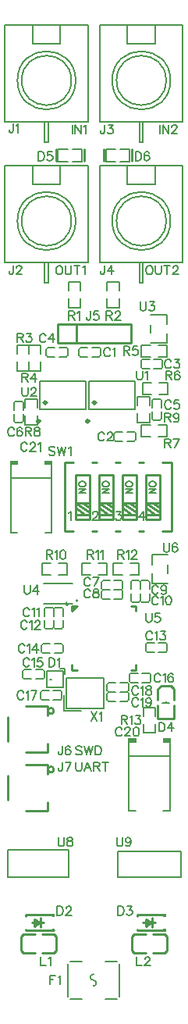
<source format=gto>
G04 Layer: TopSilkscreenLayer*
G04 EasyEDA v6.5.23, 2023-06-10 17:59:46*
G04 2a4cce0fd74440f1b02c58f019cbd83e,5a6b42c53f6a479593ecc07194224c93,10*
G04 Gerber Generator version 0.2*
G04 Scale: 100 percent, Rotated: No, Reflected: No *
G04 Dimensions in millimeters *
G04 leading zeros omitted , absolute positions ,4 integer and 5 decimal *
%FSLAX45Y45*%
%MOMM*%

%ADD10C,0.1524*%
%ADD11C,0.1270*%
%ADD12C,0.2032*%
%ADD13C,0.1520*%
%ADD14C,0.2540*%
%ADD15C,0.2030*%
%ADD16C,0.3000*%
%ADD17C,0.2000*%
%ADD18C,0.0131*%

%LPD*%
D10*
X774687Y10337091D02*
G01*
X774687Y10241587D01*
X804659Y10337091D02*
G01*
X804659Y10241587D01*
X804659Y10337091D02*
G01*
X868413Y10241587D01*
X868413Y10337091D02*
G01*
X868413Y10241587D01*
X898385Y10318803D02*
G01*
X907529Y10323375D01*
X920991Y10337091D01*
X920991Y10241587D01*
X624065Y8813091D02*
G01*
X615175Y8808519D01*
X606031Y8799375D01*
X601459Y8790485D01*
X596887Y8776769D01*
X596887Y8753909D01*
X601459Y8740447D01*
X606031Y8731303D01*
X615175Y8722159D01*
X624065Y8717587D01*
X642353Y8717587D01*
X651497Y8722159D01*
X660641Y8731303D01*
X664959Y8740447D01*
X669531Y8753909D01*
X669531Y8776769D01*
X664959Y8790485D01*
X660641Y8799375D01*
X651497Y8808519D01*
X642353Y8813091D01*
X624065Y8813091D01*
X699503Y8813091D02*
G01*
X699503Y8745019D01*
X704075Y8731303D01*
X713219Y8722159D01*
X726935Y8717587D01*
X736079Y8717587D01*
X749541Y8722159D01*
X758685Y8731303D01*
X763257Y8745019D01*
X763257Y8813091D01*
X824979Y8813091D02*
G01*
X824979Y8717587D01*
X793229Y8813091D02*
G01*
X856983Y8813091D01*
X886955Y8794803D02*
G01*
X896099Y8799375D01*
X909561Y8813091D01*
X909561Y8717587D01*
X1727187Y10337091D02*
G01*
X1727187Y10241587D01*
X1757159Y10337091D02*
G01*
X1757159Y10241587D01*
X1757159Y10337091D02*
G01*
X1820913Y10241587D01*
X1820913Y10337091D02*
G01*
X1820913Y10241587D01*
X1855457Y10314485D02*
G01*
X1855457Y10318803D01*
X1860029Y10327947D01*
X1864347Y10332519D01*
X1873491Y10337091D01*
X1891779Y10337091D01*
X1900923Y10332519D01*
X1905495Y10327947D01*
X1909813Y10318803D01*
X1909813Y10309913D01*
X1905495Y10300769D01*
X1896351Y10287053D01*
X1850885Y10241587D01*
X1914385Y10241587D01*
X1602016Y8813010D02*
G01*
X1592872Y8808438D01*
X1583982Y8799548D01*
X1579410Y8790404D01*
X1574838Y8776688D01*
X1574838Y8754082D01*
X1579410Y8740366D01*
X1583982Y8731222D01*
X1592872Y8722078D01*
X1602016Y8717760D01*
X1620304Y8717760D01*
X1629448Y8722078D01*
X1638338Y8731222D01*
X1642910Y8740366D01*
X1647482Y8754082D01*
X1647482Y8776688D01*
X1642910Y8790404D01*
X1638338Y8799548D01*
X1629448Y8808438D01*
X1620304Y8813010D01*
X1602016Y8813010D01*
X1677454Y8813010D02*
G01*
X1677454Y8744938D01*
X1682026Y8731222D01*
X1691170Y8722078D01*
X1704886Y8717760D01*
X1713776Y8717760D01*
X1727492Y8722078D01*
X1736636Y8731222D01*
X1741208Y8744938D01*
X1741208Y8813010D01*
X1802930Y8813010D02*
G01*
X1802930Y8717760D01*
X1771180Y8813010D02*
G01*
X1834680Y8813010D01*
X1869224Y8790404D02*
G01*
X1869224Y8794976D01*
X1873796Y8804120D01*
X1878368Y8808438D01*
X1887512Y8813010D01*
X1905800Y8813010D01*
X1914690Y8808438D01*
X1919262Y8804120D01*
X1923834Y8794976D01*
X1923834Y8785832D01*
X1919262Y8776688D01*
X1910372Y8763226D01*
X1864906Y8717760D01*
X1928406Y8717760D01*
X812802Y3428283D02*
G01*
X812802Y3360211D01*
X817374Y3346495D01*
X826518Y3337351D01*
X839980Y3332779D01*
X849124Y3332779D01*
X862840Y3337351D01*
X871984Y3346495D01*
X876556Y3360211D01*
X876556Y3428283D01*
X942850Y3428283D02*
G01*
X906528Y3332779D01*
X942850Y3428283D02*
G01*
X979172Y3332779D01*
X919990Y3364783D02*
G01*
X965456Y3364783D01*
X1009144Y3428283D02*
G01*
X1009144Y3332779D01*
X1009144Y3428283D02*
G01*
X1050038Y3428283D01*
X1063754Y3423711D01*
X1068326Y3419139D01*
X1072898Y3410249D01*
X1072898Y3401105D01*
X1068326Y3391961D01*
X1063754Y3387389D01*
X1050038Y3382817D01*
X1009144Y3382817D01*
X1040894Y3382817D02*
G01*
X1072898Y3332779D01*
X1134620Y3428283D02*
G01*
X1134620Y3332779D01*
X1102870Y3428283D02*
G01*
X1166370Y3428283D01*
X876556Y3592367D02*
G01*
X867412Y3601511D01*
X853696Y3606083D01*
X835408Y3606083D01*
X821946Y3601511D01*
X812802Y3592367D01*
X812802Y3583477D01*
X817374Y3574333D01*
X821946Y3569761D01*
X831090Y3565189D01*
X858268Y3556045D01*
X867412Y3551473D01*
X871984Y3546901D01*
X876556Y3538011D01*
X876556Y3524295D01*
X867412Y3515151D01*
X853696Y3510579D01*
X835408Y3510579D01*
X821946Y3515151D01*
X812802Y3524295D01*
X906528Y3606083D02*
G01*
X929134Y3510579D01*
X951994Y3606083D02*
G01*
X929134Y3510579D01*
X951994Y3606083D02*
G01*
X974600Y3510579D01*
X997460Y3606083D02*
G01*
X974600Y3510579D01*
X1027432Y3606083D02*
G01*
X1027432Y3510579D01*
X1027432Y3606083D02*
G01*
X1059182Y3606083D01*
X1072898Y3601511D01*
X1081788Y3592367D01*
X1086360Y3583477D01*
X1090932Y3569761D01*
X1090932Y3546901D01*
X1086360Y3533439D01*
X1081788Y3524295D01*
X1072898Y3515151D01*
X1059182Y3510579D01*
X1027432Y3510579D01*
X533400Y1116837D02*
G01*
X533400Y1021334D01*
X533400Y1116837D02*
G01*
X592581Y1116837D01*
X533400Y1071371D02*
G01*
X569721Y1071371D01*
X622554Y1098804D02*
G01*
X631697Y1103376D01*
X645160Y1116837D01*
X645160Y1021334D01*
X1308100Y3936237D02*
G01*
X1308100Y3840734D01*
X1308100Y3936237D02*
G01*
X1348993Y3936237D01*
X1362709Y3931665D01*
X1367281Y3927094D01*
X1371854Y3918204D01*
X1371854Y3909060D01*
X1367281Y3899915D01*
X1362709Y3895344D01*
X1348993Y3890771D01*
X1308100Y3890771D01*
X1339850Y3890771D02*
G01*
X1371854Y3840734D01*
X1401825Y3918204D02*
G01*
X1410715Y3922776D01*
X1424431Y3936237D01*
X1424431Y3840734D01*
X1463547Y3936237D02*
G01*
X1513586Y3936237D01*
X1486408Y3899915D01*
X1499870Y3899915D01*
X1509013Y3895344D01*
X1513586Y3890771D01*
X1518158Y3877310D01*
X1518158Y3868165D01*
X1513586Y3854450D01*
X1504441Y3845305D01*
X1490725Y3840734D01*
X1477263Y3840734D01*
X1463547Y3845305D01*
X1458975Y3849878D01*
X1454404Y3859021D01*
X487171Y8053831D02*
G01*
X482854Y8062976D01*
X473710Y8071865D01*
X464565Y8076437D01*
X446278Y8076437D01*
X437387Y8071865D01*
X428244Y8062976D01*
X423671Y8053831D01*
X419100Y8040115D01*
X419100Y8017510D01*
X423671Y8003794D01*
X428244Y7994650D01*
X437387Y7985505D01*
X446278Y7980934D01*
X464565Y7980934D01*
X473710Y7985505D01*
X482854Y7994650D01*
X487171Y8003794D01*
X562610Y8076437D02*
G01*
X517397Y8012937D01*
X585470Y8012937D01*
X562610Y8076437D02*
G01*
X562610Y7980934D01*
X1473200Y7670037D02*
G01*
X1473200Y7601965D01*
X1477772Y7588250D01*
X1486915Y7579105D01*
X1500377Y7574534D01*
X1509522Y7574534D01*
X1523238Y7579105D01*
X1532381Y7588250D01*
X1536954Y7601965D01*
X1536954Y7670037D01*
X1566925Y7652004D02*
G01*
X1575815Y7656576D01*
X1589531Y7670037D01*
X1589531Y7574534D01*
X228600Y7492237D02*
G01*
X228600Y7424165D01*
X233171Y7410450D01*
X242315Y7401305D01*
X255778Y7396734D01*
X264921Y7396734D01*
X278637Y7401305D01*
X287781Y7410450D01*
X292354Y7424165D01*
X292354Y7492237D01*
X326897Y7469631D02*
G01*
X326897Y7474204D01*
X331215Y7483094D01*
X335787Y7487665D01*
X344931Y7492237D01*
X363220Y7492237D01*
X372110Y7487665D01*
X376681Y7483094D01*
X381254Y7474204D01*
X381254Y7465060D01*
X376681Y7455915D01*
X367792Y7442200D01*
X322326Y7396734D01*
X385826Y7396734D01*
X1460500Y10044937D02*
G01*
X1460500Y9949434D01*
X1460500Y10044937D02*
G01*
X1492250Y10044937D01*
X1505965Y10040365D01*
X1515109Y10031476D01*
X1519681Y10022331D01*
X1524254Y10008615D01*
X1524254Y9986010D01*
X1519681Y9972294D01*
X1515109Y9963150D01*
X1505965Y9954005D01*
X1492250Y9949434D01*
X1460500Y9949434D01*
X1608581Y10031476D02*
G01*
X1604009Y10040365D01*
X1590547Y10044937D01*
X1581404Y10044937D01*
X1567688Y10040365D01*
X1558797Y10026904D01*
X1554225Y10004044D01*
X1554225Y9981437D01*
X1558797Y9963150D01*
X1567688Y9954005D01*
X1581404Y9949434D01*
X1585975Y9949434D01*
X1599691Y9954005D01*
X1608581Y9963150D01*
X1613154Y9976865D01*
X1613154Y9981437D01*
X1608581Y9994900D01*
X1599691Y10004044D01*
X1585975Y10008615D01*
X1581404Y10008615D01*
X1567688Y10004044D01*
X1558797Y9994900D01*
X1554225Y9981437D01*
X406400Y10044937D02*
G01*
X406400Y9949434D01*
X406400Y10044937D02*
G01*
X438150Y10044937D01*
X451865Y10040365D01*
X461010Y10031476D01*
X465581Y10022331D01*
X470154Y10008615D01*
X470154Y9986010D01*
X465581Y9972294D01*
X461010Y9963150D01*
X451865Y9954005D01*
X438150Y9949434D01*
X406400Y9949434D01*
X554481Y10044937D02*
G01*
X509015Y10044937D01*
X504697Y10004044D01*
X509015Y10008615D01*
X522731Y10013187D01*
X536447Y10013187D01*
X549910Y10008615D01*
X559054Y9999471D01*
X563626Y9986010D01*
X563626Y9976865D01*
X559054Y9963150D01*
X549910Y9954005D01*
X536447Y9949434D01*
X522731Y9949434D01*
X509015Y9954005D01*
X504697Y9958578D01*
X500126Y9967721D01*
X144271Y7037831D02*
G01*
X139954Y7046976D01*
X130810Y7055865D01*
X121665Y7060437D01*
X103378Y7060437D01*
X94487Y7055865D01*
X85344Y7046976D01*
X80771Y7037831D01*
X76200Y7024115D01*
X76200Y7001510D01*
X80771Y6987794D01*
X85344Y6978650D01*
X94487Y6969505D01*
X103378Y6964934D01*
X121665Y6964934D01*
X130810Y6969505D01*
X139954Y6978650D01*
X144271Y6987794D01*
X228854Y7046976D02*
G01*
X224281Y7055865D01*
X210820Y7060437D01*
X201676Y7060437D01*
X187960Y7055865D01*
X178815Y7042404D01*
X174497Y7019544D01*
X174497Y6996937D01*
X178815Y6978650D01*
X187960Y6969505D01*
X201676Y6964934D01*
X206247Y6964934D01*
X219710Y6969505D01*
X228854Y6978650D01*
X233426Y6992365D01*
X233426Y6996937D01*
X228854Y7010400D01*
X219710Y7019544D01*
X206247Y7024115D01*
X201676Y7024115D01*
X187960Y7019544D01*
X178815Y7010400D01*
X174497Y6996937D01*
X1846072Y7329931D02*
G01*
X1841754Y7339076D01*
X1832609Y7347965D01*
X1823465Y7352537D01*
X1805177Y7352537D01*
X1796288Y7347965D01*
X1787143Y7339076D01*
X1782572Y7329931D01*
X1778000Y7316215D01*
X1778000Y7293610D01*
X1782572Y7279894D01*
X1787143Y7270750D01*
X1796288Y7261605D01*
X1805177Y7257034D01*
X1823465Y7257034D01*
X1832609Y7261605D01*
X1841754Y7270750D01*
X1846072Y7279894D01*
X1930654Y7352537D02*
G01*
X1885188Y7352537D01*
X1880615Y7311644D01*
X1885188Y7316215D01*
X1898904Y7320787D01*
X1912620Y7320787D01*
X1926081Y7316215D01*
X1935225Y7307071D01*
X1939797Y7293610D01*
X1939797Y7284465D01*
X1935225Y7270750D01*
X1926081Y7261605D01*
X1912620Y7257034D01*
X1898904Y7257034D01*
X1885188Y7261605D01*
X1880615Y7266178D01*
X1876297Y7275321D01*
X1778000Y7212837D02*
G01*
X1778000Y7117334D01*
X1778000Y7212837D02*
G01*
X1818893Y7212837D01*
X1832609Y7208265D01*
X1837181Y7203694D01*
X1841754Y7194804D01*
X1841754Y7185660D01*
X1837181Y7176515D01*
X1832609Y7171944D01*
X1818893Y7167371D01*
X1778000Y7167371D01*
X1809750Y7167371D02*
G01*
X1841754Y7117334D01*
X1930654Y7181087D02*
G01*
X1926081Y7167371D01*
X1917191Y7158481D01*
X1903475Y7153910D01*
X1898904Y7153910D01*
X1885188Y7158481D01*
X1876297Y7167371D01*
X1871725Y7181087D01*
X1871725Y7185660D01*
X1876297Y7199376D01*
X1885188Y7208265D01*
X1898904Y7212837D01*
X1903475Y7212837D01*
X1917191Y7208265D01*
X1926081Y7199376D01*
X1930654Y7181087D01*
X1930654Y7158481D01*
X1926081Y7135621D01*
X1917191Y7121905D01*
X1903475Y7117334D01*
X1894331Y7117334D01*
X1880615Y7121905D01*
X1876297Y7131050D01*
X495300Y5726937D02*
G01*
X495300Y5631434D01*
X495300Y5726937D02*
G01*
X536194Y5726937D01*
X549910Y5722365D01*
X554481Y5717794D01*
X559054Y5708904D01*
X559054Y5699760D01*
X554481Y5690615D01*
X549910Y5686044D01*
X536194Y5681471D01*
X495300Y5681471D01*
X527050Y5681471D02*
G01*
X559054Y5631434D01*
X589026Y5708904D02*
G01*
X597915Y5713476D01*
X611631Y5726937D01*
X611631Y5631434D01*
X669036Y5726937D02*
G01*
X655320Y5722365D01*
X646176Y5708904D01*
X641604Y5686044D01*
X641604Y5672581D01*
X646176Y5649721D01*
X655320Y5636005D01*
X669036Y5631434D01*
X677925Y5631434D01*
X691641Y5636005D01*
X700786Y5649721D01*
X705358Y5672581D01*
X705358Y5686044D01*
X700786Y5708904D01*
X691641Y5722365D01*
X677925Y5726937D01*
X669036Y5726937D01*
X266700Y7060437D02*
G01*
X266700Y6964934D01*
X266700Y7060437D02*
G01*
X307594Y7060437D01*
X321310Y7055865D01*
X325881Y7051294D01*
X330454Y7042404D01*
X330454Y7033260D01*
X325881Y7024115D01*
X321310Y7019544D01*
X307594Y7014971D01*
X266700Y7014971D01*
X298450Y7014971D02*
G01*
X330454Y6964934D01*
X383031Y7060437D02*
G01*
X369315Y7055865D01*
X364997Y7046976D01*
X364997Y7037831D01*
X369315Y7028687D01*
X378460Y7024115D01*
X396747Y7019544D01*
X410210Y7014971D01*
X419354Y7006081D01*
X423926Y6996937D01*
X423926Y6983221D01*
X419354Y6974078D01*
X414781Y6969505D01*
X401320Y6964934D01*
X383031Y6964934D01*
X369315Y6969505D01*
X364997Y6974078D01*
X360426Y6983221D01*
X360426Y6996937D01*
X364997Y7006081D01*
X373887Y7014971D01*
X387604Y7019544D01*
X405892Y7024115D01*
X414781Y7028687D01*
X419354Y7037831D01*
X419354Y7046976D01*
X414781Y7055865D01*
X401320Y7060437D01*
X383031Y7060437D01*
X939800Y5726937D02*
G01*
X939800Y5631434D01*
X939800Y5726937D02*
G01*
X980693Y5726937D01*
X994409Y5722365D01*
X998981Y5717794D01*
X1003554Y5708904D01*
X1003554Y5699760D01*
X998981Y5690615D01*
X994409Y5686044D01*
X980693Y5681471D01*
X939800Y5681471D01*
X971550Y5681471D02*
G01*
X1003554Y5631434D01*
X1033525Y5708904D02*
G01*
X1042415Y5713476D01*
X1056131Y5726937D01*
X1056131Y5631434D01*
X1086104Y5708904D02*
G01*
X1095247Y5713476D01*
X1108963Y5726937D01*
X1108963Y5631434D01*
X1270000Y5726937D02*
G01*
X1270000Y5631434D01*
X1270000Y5726937D02*
G01*
X1310893Y5726937D01*
X1324609Y5722365D01*
X1329181Y5717794D01*
X1333754Y5708904D01*
X1333754Y5699760D01*
X1329181Y5690615D01*
X1324609Y5686044D01*
X1310893Y5681471D01*
X1270000Y5681471D01*
X1301750Y5681471D02*
G01*
X1333754Y5631434D01*
X1363725Y5708904D02*
G01*
X1372615Y5713476D01*
X1386331Y5726937D01*
X1386331Y5631434D01*
X1420875Y5704331D02*
G01*
X1420875Y5708904D01*
X1425447Y5717794D01*
X1430020Y5722365D01*
X1439163Y5726937D01*
X1457197Y5726937D01*
X1466341Y5722365D01*
X1470913Y5717794D01*
X1475486Y5708904D01*
X1475486Y5699760D01*
X1470913Y5690615D01*
X1461770Y5676900D01*
X1416304Y5631434D01*
X1480058Y5631434D01*
X177800Y8076437D02*
G01*
X177800Y7980934D01*
X177800Y8076437D02*
G01*
X218694Y8076437D01*
X232410Y8071865D01*
X236981Y8067294D01*
X241554Y8058404D01*
X241554Y8049260D01*
X236981Y8040115D01*
X232410Y8035544D01*
X218694Y8030971D01*
X177800Y8030971D01*
X209550Y8030971D02*
G01*
X241554Y7980934D01*
X280415Y8076437D02*
G01*
X330454Y8076437D01*
X303276Y8040115D01*
X316992Y8040115D01*
X325881Y8035544D01*
X330454Y8030971D01*
X335026Y8017510D01*
X335026Y8008365D01*
X330454Y7994650D01*
X321310Y7985505D01*
X307847Y7980934D01*
X294131Y7980934D01*
X280415Y7985505D01*
X276097Y7990078D01*
X271526Y7999221D01*
X736600Y8317737D02*
G01*
X736600Y8222234D01*
X736600Y8317737D02*
G01*
X777493Y8317737D01*
X791209Y8313165D01*
X795781Y8308594D01*
X800354Y8299704D01*
X800354Y8290560D01*
X795781Y8281415D01*
X791209Y8276844D01*
X777493Y8272271D01*
X736600Y8272271D01*
X768350Y8272271D02*
G01*
X800354Y8222234D01*
X830325Y8299704D02*
G01*
X839215Y8304276D01*
X852931Y8317737D01*
X852931Y8222234D01*
X1143000Y8317737D02*
G01*
X1143000Y8222234D01*
X1143000Y8317737D02*
G01*
X1183893Y8317737D01*
X1197609Y8313165D01*
X1202181Y8308594D01*
X1206754Y8299704D01*
X1206754Y8290560D01*
X1202181Y8281415D01*
X1197609Y8276844D01*
X1183893Y8272271D01*
X1143000Y8272271D01*
X1174750Y8272271D02*
G01*
X1206754Y8222234D01*
X1241297Y8295131D02*
G01*
X1241297Y8299704D01*
X1245615Y8308594D01*
X1250188Y8313165D01*
X1259331Y8317737D01*
X1277620Y8317737D01*
X1286509Y8313165D01*
X1291081Y8308594D01*
X1295654Y8299704D01*
X1295654Y8290560D01*
X1291081Y8281415D01*
X1282191Y8267700D01*
X1236725Y8222234D01*
X1300225Y8222234D01*
X1511300Y8419337D02*
G01*
X1511300Y8351265D01*
X1515872Y8337550D01*
X1525015Y8328405D01*
X1538477Y8323834D01*
X1547622Y8323834D01*
X1561338Y8328405D01*
X1570481Y8337550D01*
X1575054Y8351265D01*
X1575054Y8419337D01*
X1613915Y8419337D02*
G01*
X1663954Y8419337D01*
X1636775Y8383015D01*
X1650491Y8383015D01*
X1659381Y8378444D01*
X1663954Y8373871D01*
X1668525Y8360410D01*
X1668525Y8351265D01*
X1663954Y8337550D01*
X1654809Y8328405D01*
X1641347Y8323834D01*
X1627631Y8323834D01*
X1613915Y8328405D01*
X1609597Y8332978D01*
X1605025Y8342121D01*
X1333500Y7936737D02*
G01*
X1333500Y7841234D01*
X1333500Y7936737D02*
G01*
X1374393Y7936737D01*
X1388109Y7932165D01*
X1392681Y7927594D01*
X1397254Y7918704D01*
X1397254Y7909560D01*
X1392681Y7900415D01*
X1388109Y7895844D01*
X1374393Y7891271D01*
X1333500Y7891271D01*
X1365250Y7891271D02*
G01*
X1397254Y7841234D01*
X1481581Y7936737D02*
G01*
X1436115Y7936737D01*
X1431797Y7895844D01*
X1436115Y7900415D01*
X1449831Y7904987D01*
X1463547Y7904987D01*
X1477009Y7900415D01*
X1486154Y7891271D01*
X1490725Y7877810D01*
X1490725Y7868665D01*
X1486154Y7854950D01*
X1477009Y7845805D01*
X1463547Y7841234D01*
X1449831Y7841234D01*
X1436115Y7845805D01*
X1431797Y7850378D01*
X1427225Y7859521D01*
X228600Y7644637D02*
G01*
X228600Y7549134D01*
X228600Y7644637D02*
G01*
X269494Y7644637D01*
X283210Y7640065D01*
X287781Y7635494D01*
X292354Y7626604D01*
X292354Y7617460D01*
X287781Y7608315D01*
X283210Y7603744D01*
X269494Y7599171D01*
X228600Y7599171D01*
X260350Y7599171D02*
G01*
X292354Y7549134D01*
X367792Y7644637D02*
G01*
X322326Y7581137D01*
X390397Y7581137D01*
X367792Y7644637D02*
G01*
X367792Y7549134D01*
X1790700Y7670037D02*
G01*
X1790700Y7574534D01*
X1790700Y7670037D02*
G01*
X1831593Y7670037D01*
X1845309Y7665465D01*
X1849881Y7660894D01*
X1854454Y7652004D01*
X1854454Y7642860D01*
X1849881Y7633715D01*
X1845309Y7629144D01*
X1831593Y7624571D01*
X1790700Y7624571D01*
X1822450Y7624571D02*
G01*
X1854454Y7574534D01*
X1938781Y7656576D02*
G01*
X1934209Y7665465D01*
X1920747Y7670037D01*
X1911604Y7670037D01*
X1897888Y7665465D01*
X1888997Y7652004D01*
X1884425Y7629144D01*
X1884425Y7606537D01*
X1888997Y7588250D01*
X1897888Y7579105D01*
X1911604Y7574534D01*
X1916175Y7574534D01*
X1929891Y7579105D01*
X1938781Y7588250D01*
X1943354Y7601965D01*
X1943354Y7606537D01*
X1938781Y7620000D01*
X1929891Y7629144D01*
X1916175Y7633715D01*
X1911604Y7633715D01*
X1897888Y7629144D01*
X1888997Y7620000D01*
X1884425Y7606537D01*
X1778000Y6933437D02*
G01*
X1778000Y6837934D01*
X1778000Y6933437D02*
G01*
X1818893Y6933437D01*
X1832609Y6928865D01*
X1837181Y6924294D01*
X1841754Y6915404D01*
X1841754Y6906260D01*
X1837181Y6897115D01*
X1832609Y6892544D01*
X1818893Y6887971D01*
X1778000Y6887971D01*
X1809750Y6887971D02*
G01*
X1841754Y6837934D01*
X1935225Y6933437D02*
G01*
X1889759Y6837934D01*
X1871725Y6933437D02*
G01*
X1935225Y6933437D01*
X1846072Y7774431D02*
G01*
X1841754Y7783576D01*
X1832609Y7792465D01*
X1823465Y7797037D01*
X1805177Y7797037D01*
X1796288Y7792465D01*
X1787143Y7783576D01*
X1782572Y7774431D01*
X1778000Y7760715D01*
X1778000Y7738110D01*
X1782572Y7724394D01*
X1787143Y7715250D01*
X1796288Y7706105D01*
X1805177Y7701534D01*
X1823465Y7701534D01*
X1832609Y7706105D01*
X1841754Y7715250D01*
X1846072Y7724394D01*
X1885188Y7797037D02*
G01*
X1935225Y7797037D01*
X1908047Y7760715D01*
X1921509Y7760715D01*
X1930654Y7756144D01*
X1935225Y7751571D01*
X1939797Y7738110D01*
X1939797Y7728965D01*
X1935225Y7715250D01*
X1926081Y7706105D01*
X1912620Y7701534D01*
X1898904Y7701534D01*
X1885188Y7706105D01*
X1880615Y7710678D01*
X1876297Y7719821D01*
X1122172Y6987031D02*
G01*
X1117854Y6996176D01*
X1108709Y7005065D01*
X1099565Y7009637D01*
X1081277Y7009637D01*
X1072388Y7005065D01*
X1063243Y6996176D01*
X1058672Y6987031D01*
X1054100Y6973315D01*
X1054100Y6950710D01*
X1058672Y6936994D01*
X1063243Y6927850D01*
X1072388Y6918705D01*
X1081277Y6914134D01*
X1099565Y6914134D01*
X1108709Y6918705D01*
X1117854Y6927850D01*
X1122172Y6936994D01*
X1156715Y6987031D02*
G01*
X1156715Y6991604D01*
X1161288Y7000494D01*
X1165859Y7005065D01*
X1175004Y7009637D01*
X1193291Y7009637D01*
X1202181Y7005065D01*
X1206754Y7000494D01*
X1211325Y6991604D01*
X1211325Y6982460D01*
X1206754Y6973315D01*
X1197609Y6959600D01*
X1152397Y6914134D01*
X1215897Y6914134D01*
X1185672Y7901431D02*
G01*
X1181354Y7910576D01*
X1172209Y7919465D01*
X1163065Y7924037D01*
X1144777Y7924037D01*
X1135888Y7919465D01*
X1126743Y7910576D01*
X1122172Y7901431D01*
X1117600Y7887715D01*
X1117600Y7865110D01*
X1122172Y7851394D01*
X1126743Y7842250D01*
X1135888Y7833105D01*
X1144777Y7828534D01*
X1163065Y7828534D01*
X1172209Y7833105D01*
X1181354Y7842250D01*
X1185672Y7851394D01*
X1215897Y7906004D02*
G01*
X1224788Y7910576D01*
X1238504Y7924037D01*
X1238504Y7828534D01*
X283971Y6872731D02*
G01*
X279654Y6881876D01*
X270510Y6890765D01*
X261365Y6895337D01*
X243078Y6895337D01*
X234187Y6890765D01*
X225044Y6881876D01*
X220471Y6872731D01*
X215900Y6859015D01*
X215900Y6836410D01*
X220471Y6822694D01*
X225044Y6813550D01*
X234187Y6804405D01*
X243078Y6799834D01*
X261365Y6799834D01*
X270510Y6804405D01*
X279654Y6813550D01*
X283971Y6822694D01*
X318515Y6872731D02*
G01*
X318515Y6877304D01*
X323087Y6886194D01*
X327660Y6890765D01*
X336804Y6895337D01*
X355092Y6895337D01*
X363981Y6890765D01*
X368554Y6886194D01*
X373126Y6877304D01*
X373126Y6868160D01*
X368554Y6859015D01*
X359410Y6845300D01*
X314197Y6799834D01*
X377697Y6799834D01*
X407670Y6877304D02*
G01*
X416813Y6881876D01*
X430529Y6895337D01*
X430529Y6799834D01*
X1714500Y3860037D02*
G01*
X1714500Y3764787D01*
X1714500Y3860037D02*
G01*
X1746250Y3860037D01*
X1759965Y3855465D01*
X1769109Y3846576D01*
X1773681Y3837431D01*
X1778254Y3823715D01*
X1778254Y3801110D01*
X1773681Y3787394D01*
X1769109Y3778250D01*
X1759965Y3769105D01*
X1746250Y3764787D01*
X1714500Y3764787D01*
X1853691Y3860037D02*
G01*
X1808225Y3796537D01*
X1876297Y3796537D01*
X1853691Y3860037D02*
G01*
X1853691Y3764787D01*
X1312672Y3786631D02*
G01*
X1308354Y3795776D01*
X1299209Y3804665D01*
X1290065Y3809237D01*
X1271777Y3809237D01*
X1262888Y3804665D01*
X1253743Y3795776D01*
X1249172Y3786631D01*
X1244600Y3772915D01*
X1244600Y3750310D01*
X1249172Y3736594D01*
X1253743Y3727450D01*
X1262888Y3718305D01*
X1271777Y3713734D01*
X1290065Y3713734D01*
X1299209Y3718305D01*
X1308354Y3727450D01*
X1312672Y3736594D01*
X1347215Y3786631D02*
G01*
X1347215Y3791204D01*
X1351788Y3800094D01*
X1356359Y3804665D01*
X1365504Y3809237D01*
X1383791Y3809237D01*
X1392681Y3804665D01*
X1397254Y3800094D01*
X1401825Y3791204D01*
X1401825Y3782060D01*
X1397254Y3772915D01*
X1388109Y3759200D01*
X1342897Y3713734D01*
X1406397Y3713734D01*
X1463802Y3809237D02*
G01*
X1450086Y3804665D01*
X1440941Y3791204D01*
X1436370Y3768344D01*
X1436370Y3754881D01*
X1440941Y3732021D01*
X1450086Y3718305D01*
X1463802Y3713734D01*
X1472691Y3713734D01*
X1486408Y3718305D01*
X1495552Y3732021D01*
X1500124Y3754881D01*
X1500124Y3768344D01*
X1495552Y3791204D01*
X1486408Y3804665D01*
X1472691Y3809237D01*
X1463802Y3809237D01*
X431800Y1320037D02*
G01*
X431800Y1224534D01*
X431800Y1224534D02*
G01*
X486410Y1224534D01*
X516381Y1302004D02*
G01*
X525526Y1306576D01*
X538987Y1320037D01*
X538987Y1224534D01*
X1473200Y1320037D02*
G01*
X1473200Y1224534D01*
X1473200Y1224534D02*
G01*
X1527809Y1224534D01*
X1562354Y1297431D02*
G01*
X1562354Y1302004D01*
X1566925Y1310894D01*
X1571497Y1315465D01*
X1580388Y1320037D01*
X1598675Y1320037D01*
X1607820Y1315465D01*
X1612391Y1310894D01*
X1616709Y1302004D01*
X1616709Y1292860D01*
X1612391Y1283715D01*
X1603247Y1270000D01*
X1557781Y1224534D01*
X1621281Y1224534D01*
X1270000Y1866137D02*
G01*
X1270000Y1770634D01*
X1270000Y1866137D02*
G01*
X1301750Y1866137D01*
X1315465Y1861565D01*
X1324609Y1852676D01*
X1329181Y1843531D01*
X1333754Y1829815D01*
X1333754Y1807210D01*
X1329181Y1793494D01*
X1324609Y1784350D01*
X1315465Y1775205D01*
X1301750Y1770634D01*
X1270000Y1770634D01*
X1372615Y1866137D02*
G01*
X1422654Y1866137D01*
X1395475Y1829815D01*
X1409191Y1829815D01*
X1418081Y1825244D01*
X1422654Y1820671D01*
X1427225Y1807210D01*
X1427225Y1798065D01*
X1422654Y1784350D01*
X1413509Y1775205D01*
X1400047Y1770634D01*
X1386331Y1770634D01*
X1372615Y1775205D01*
X1368297Y1779778D01*
X1363725Y1788921D01*
X609600Y1866137D02*
G01*
X609600Y1770634D01*
X609600Y1866137D02*
G01*
X641350Y1866137D01*
X655065Y1861565D01*
X664209Y1852676D01*
X668781Y1843531D01*
X673354Y1829815D01*
X673354Y1807210D01*
X668781Y1793494D01*
X664209Y1784350D01*
X655065Y1775205D01*
X641350Y1770634D01*
X609600Y1770634D01*
X707897Y1843531D02*
G01*
X707897Y1848104D01*
X712215Y1856994D01*
X716788Y1861565D01*
X725931Y1866137D01*
X744220Y1866137D01*
X753109Y1861565D01*
X757681Y1856994D01*
X762254Y1848104D01*
X762254Y1838960D01*
X757681Y1829815D01*
X748791Y1816100D01*
X703325Y1770634D01*
X766825Y1770634D01*
X667765Y3428237D02*
G01*
X667765Y3355594D01*
X663193Y3341878D01*
X658621Y3337305D01*
X649478Y3332734D01*
X640587Y3332734D01*
X631444Y3337305D01*
X626871Y3341878D01*
X622300Y3355594D01*
X622300Y3364737D01*
X761491Y3428237D02*
G01*
X716025Y3332734D01*
X697738Y3428237D02*
G01*
X761491Y3428237D01*
X584456Y6836669D02*
G01*
X575312Y6845813D01*
X561596Y6850385D01*
X543308Y6850385D01*
X529846Y6845813D01*
X520702Y6836669D01*
X520702Y6827525D01*
X525274Y6818381D01*
X529846Y6814063D01*
X538990Y6809491D01*
X566168Y6800347D01*
X575312Y6795775D01*
X579884Y6791203D01*
X584456Y6782059D01*
X584456Y6768597D01*
X575312Y6759453D01*
X561596Y6754881D01*
X543308Y6754881D01*
X529846Y6759453D01*
X520702Y6768597D01*
X614428Y6850385D02*
G01*
X637034Y6754881D01*
X659894Y6850385D02*
G01*
X637034Y6754881D01*
X659894Y6850385D02*
G01*
X682500Y6754881D01*
X705360Y6850385D02*
G01*
X682500Y6754881D01*
X735332Y6832097D02*
G01*
X744222Y6836669D01*
X757938Y6850385D01*
X757938Y6754881D01*
D11*
X1681655Y6451071D02*
G01*
X1678099Y6457929D01*
X1671241Y6465041D01*
X1664129Y6468343D01*
X1653969Y6471899D01*
X1636443Y6471899D01*
X1626029Y6468343D01*
X1619171Y6465041D01*
X1612313Y6457929D01*
X1608757Y6451071D01*
X1608757Y6437355D01*
X1612313Y6430243D01*
X1619171Y6423385D01*
X1626029Y6419829D01*
X1636443Y6416527D01*
X1653969Y6416527D01*
X1664129Y6419829D01*
X1671241Y6423385D01*
X1678099Y6430243D01*
X1681655Y6437355D01*
X1681655Y6451071D01*
X1681655Y6393667D02*
G01*
X1608757Y6393667D01*
X1681655Y6393667D02*
G01*
X1608757Y6345153D01*
X1681655Y6345153D02*
G01*
X1608757Y6345153D01*
X1427655Y6451071D02*
G01*
X1424099Y6457929D01*
X1417241Y6465041D01*
X1410129Y6468343D01*
X1399969Y6471899D01*
X1382443Y6471899D01*
X1372029Y6468343D01*
X1365171Y6465041D01*
X1358313Y6457929D01*
X1354757Y6451071D01*
X1354757Y6437355D01*
X1358313Y6430243D01*
X1365171Y6423385D01*
X1372029Y6419829D01*
X1382443Y6416527D01*
X1399969Y6416527D01*
X1410129Y6419829D01*
X1417241Y6423385D01*
X1424099Y6430243D01*
X1427655Y6437355D01*
X1427655Y6451071D01*
X1427655Y6393667D02*
G01*
X1354757Y6393667D01*
X1427655Y6393667D02*
G01*
X1354757Y6345153D01*
X1427655Y6345153D02*
G01*
X1354757Y6345153D01*
X1173655Y6451071D02*
G01*
X1170099Y6457929D01*
X1163241Y6465041D01*
X1156129Y6468343D01*
X1145969Y6471899D01*
X1128443Y6471899D01*
X1118029Y6468343D01*
X1111171Y6465041D01*
X1104313Y6457929D01*
X1100757Y6451071D01*
X1100757Y6437355D01*
X1104313Y6430243D01*
X1111171Y6423385D01*
X1118029Y6419829D01*
X1128443Y6416527D01*
X1145969Y6416527D01*
X1156129Y6419829D01*
X1163241Y6423385D01*
X1170099Y6430243D01*
X1173655Y6437355D01*
X1173655Y6451071D01*
X1173655Y6393667D02*
G01*
X1100757Y6393667D01*
X1173655Y6393667D02*
G01*
X1100757Y6345153D01*
X1173655Y6345153D02*
G01*
X1100757Y6345153D01*
X919655Y6451071D02*
G01*
X916099Y6457929D01*
X909241Y6465041D01*
X902129Y6468343D01*
X891969Y6471899D01*
X874443Y6471899D01*
X864029Y6468343D01*
X857171Y6465041D01*
X850313Y6457929D01*
X846757Y6451071D01*
X846757Y6437355D01*
X850313Y6430243D01*
X857171Y6423385D01*
X864029Y6419829D01*
X874443Y6416527D01*
X891969Y6416527D01*
X902129Y6419829D01*
X909241Y6423385D01*
X916099Y6430243D01*
X919655Y6437355D01*
X919655Y6451071D01*
X919655Y6393667D02*
G01*
X846757Y6393667D01*
X919655Y6393667D02*
G01*
X846757Y6345153D01*
X919655Y6345153D02*
G01*
X846757Y6345153D01*
D12*
X736600Y6129159D02*
G01*
X745743Y6133731D01*
X759206Y6147447D01*
X759206Y6051943D01*
X995172Y6124562D02*
G01*
X995172Y6129134D01*
X999743Y6138278D01*
X1004315Y6142850D01*
X1013206Y6147422D01*
X1031493Y6147422D01*
X1040638Y6142850D01*
X1045209Y6138278D01*
X1049781Y6129134D01*
X1049781Y6120244D01*
X1045209Y6111100D01*
X1036065Y6097384D01*
X990600Y6051918D01*
X1054354Y6051918D01*
X1253743Y6147422D02*
G01*
X1303781Y6147422D01*
X1276350Y6111100D01*
X1290065Y6111100D01*
X1299209Y6106528D01*
X1303781Y6101956D01*
X1308354Y6088240D01*
X1308354Y6079096D01*
X1303781Y6065634D01*
X1294638Y6056490D01*
X1280922Y6051918D01*
X1267206Y6051918D01*
X1253743Y6056490D01*
X1249172Y6061062D01*
X1244600Y6070206D01*
X1544065Y6147422D02*
G01*
X1498600Y6083668D01*
X1566672Y6083668D01*
X1544065Y6147422D02*
G01*
X1544065Y6051918D01*
D10*
X1765300Y5803137D02*
G01*
X1765300Y5735065D01*
X1769872Y5721350D01*
X1779015Y5712205D01*
X1792477Y5707634D01*
X1801622Y5707634D01*
X1815338Y5712205D01*
X1824481Y5721350D01*
X1829054Y5735065D01*
X1829054Y5803137D01*
X1913381Y5789676D02*
G01*
X1908809Y5798565D01*
X1895347Y5803137D01*
X1886204Y5803137D01*
X1872488Y5798565D01*
X1863597Y5785104D01*
X1859025Y5762244D01*
X1859025Y5739637D01*
X1863597Y5721350D01*
X1872488Y5712205D01*
X1886204Y5707634D01*
X1890775Y5707634D01*
X1904491Y5712205D01*
X1913381Y5721350D01*
X1917954Y5735065D01*
X1917954Y5739637D01*
X1913381Y5753100D01*
X1904491Y5762244D01*
X1890775Y5766815D01*
X1886204Y5766815D01*
X1872488Y5762244D01*
X1863597Y5753100D01*
X1859025Y5739637D01*
X622300Y2615437D02*
G01*
X622300Y2547365D01*
X626871Y2533650D01*
X636015Y2524505D01*
X649478Y2519934D01*
X658621Y2519934D01*
X672338Y2524505D01*
X681481Y2533650D01*
X686054Y2547365D01*
X686054Y2615437D01*
X738631Y2615437D02*
G01*
X724915Y2610865D01*
X720597Y2601976D01*
X720597Y2592831D01*
X724915Y2583687D01*
X734059Y2579115D01*
X752347Y2574544D01*
X765809Y2569971D01*
X774954Y2561081D01*
X779525Y2551937D01*
X779525Y2538221D01*
X774954Y2529078D01*
X770381Y2524505D01*
X756920Y2519934D01*
X738631Y2519934D01*
X724915Y2524505D01*
X720597Y2529078D01*
X716025Y2538221D01*
X716025Y2551937D01*
X720597Y2561081D01*
X729488Y2569971D01*
X743204Y2574544D01*
X761491Y2579115D01*
X770381Y2583687D01*
X774954Y2592831D01*
X774954Y2601976D01*
X770381Y2610865D01*
X756920Y2615437D01*
X738631Y2615437D01*
X1257300Y2615437D02*
G01*
X1257300Y2547365D01*
X1261872Y2533650D01*
X1271015Y2524505D01*
X1284477Y2519934D01*
X1293622Y2519934D01*
X1307338Y2524505D01*
X1316481Y2533650D01*
X1321054Y2547365D01*
X1321054Y2615437D01*
X1409954Y2583687D02*
G01*
X1405381Y2569971D01*
X1396491Y2561081D01*
X1382775Y2556510D01*
X1378204Y2556510D01*
X1364488Y2561081D01*
X1355597Y2569971D01*
X1351025Y2583687D01*
X1351025Y2588260D01*
X1355597Y2601976D01*
X1364488Y2610865D01*
X1378204Y2615437D01*
X1382775Y2615437D01*
X1396491Y2610865D01*
X1405381Y2601976D01*
X1409954Y2583687D01*
X1409954Y2561081D01*
X1405381Y2538221D01*
X1396491Y2524505D01*
X1382775Y2519934D01*
X1373631Y2519934D01*
X1359915Y2524505D01*
X1355597Y2533650D01*
X667765Y3606037D02*
G01*
X667765Y3533394D01*
X663193Y3519678D01*
X658621Y3515105D01*
X649478Y3510534D01*
X640587Y3510534D01*
X631444Y3515105D01*
X626871Y3519678D01*
X622300Y3533394D01*
X622300Y3542537D01*
X752347Y3592576D02*
G01*
X747775Y3601465D01*
X734059Y3606037D01*
X724915Y3606037D01*
X711454Y3601465D01*
X702309Y3588004D01*
X697738Y3565144D01*
X697738Y3542537D01*
X702309Y3524250D01*
X711454Y3515105D01*
X724915Y3510534D01*
X729488Y3510534D01*
X743204Y3515105D01*
X752347Y3524250D01*
X756920Y3537965D01*
X756920Y3542537D01*
X752347Y3556000D01*
X743204Y3565144D01*
X729488Y3569715D01*
X724915Y3569715D01*
X711454Y3565144D01*
X702309Y3556000D01*
X697738Y3542537D01*
X520700Y4558537D02*
G01*
X520700Y4463034D01*
X520700Y4558537D02*
G01*
X552450Y4558537D01*
X566165Y4553965D01*
X575310Y4545076D01*
X579881Y4535931D01*
X584454Y4522215D01*
X584454Y4499610D01*
X579881Y4485894D01*
X575310Y4476750D01*
X566165Y4467605D01*
X552450Y4463034D01*
X520700Y4463034D01*
X614426Y4540504D02*
G01*
X623315Y4545076D01*
X637031Y4558537D01*
X637031Y4463034D01*
X309371Y4535931D02*
G01*
X305054Y4545076D01*
X295910Y4553965D01*
X286765Y4558537D01*
X268478Y4558537D01*
X259587Y4553965D01*
X250444Y4545076D01*
X245871Y4535931D01*
X241300Y4522215D01*
X241300Y4499610D01*
X245871Y4485894D01*
X250444Y4476750D01*
X259587Y4467605D01*
X268478Y4463034D01*
X286765Y4463034D01*
X295910Y4467605D01*
X305054Y4476750D01*
X309371Y4485894D01*
X339597Y4540504D02*
G01*
X348487Y4545076D01*
X362204Y4558537D01*
X362204Y4463034D01*
X446786Y4558537D02*
G01*
X401320Y4558537D01*
X396747Y4517644D01*
X401320Y4522215D01*
X415036Y4526787D01*
X428497Y4526787D01*
X442213Y4522215D01*
X451357Y4513071D01*
X455929Y4499610D01*
X455929Y4490465D01*
X451357Y4476750D01*
X442213Y4467605D01*
X428497Y4463034D01*
X415036Y4463034D01*
X401320Y4467605D01*
X396747Y4472178D01*
X392176Y4481321D01*
X258571Y4688331D02*
G01*
X254254Y4697476D01*
X245110Y4706365D01*
X235965Y4710937D01*
X217678Y4710937D01*
X208787Y4706365D01*
X199644Y4697476D01*
X195071Y4688331D01*
X190500Y4674615D01*
X190500Y4652010D01*
X195071Y4638294D01*
X199644Y4629150D01*
X208787Y4620005D01*
X217678Y4615434D01*
X235965Y4615434D01*
X245110Y4620005D01*
X254254Y4629150D01*
X258571Y4638294D01*
X288797Y4692904D02*
G01*
X297687Y4697476D01*
X311404Y4710937D01*
X311404Y4615434D01*
X386842Y4710937D02*
G01*
X341376Y4647437D01*
X409702Y4647437D01*
X386842Y4710937D02*
G01*
X386842Y4615434D01*
X309371Y5082031D02*
G01*
X305054Y5091176D01*
X295910Y5100065D01*
X286765Y5104637D01*
X268478Y5104637D01*
X259587Y5100065D01*
X250444Y5091176D01*
X245871Y5082031D01*
X241300Y5068315D01*
X241300Y5045710D01*
X245871Y5031994D01*
X250444Y5022850D01*
X259587Y5013705D01*
X268478Y5009134D01*
X286765Y5009134D01*
X295910Y5013705D01*
X305054Y5022850D01*
X309371Y5031994D01*
X339597Y5086604D02*
G01*
X348487Y5091176D01*
X362204Y5104637D01*
X362204Y5009134D01*
X392176Y5086604D02*
G01*
X401320Y5091176D01*
X415036Y5104637D01*
X415036Y5009134D01*
X283971Y4942331D02*
G01*
X279654Y4951476D01*
X270510Y4960365D01*
X261365Y4964937D01*
X243078Y4964937D01*
X234187Y4960365D01*
X225044Y4951476D01*
X220471Y4942331D01*
X215900Y4928615D01*
X215900Y4906010D01*
X220471Y4892294D01*
X225044Y4883150D01*
X234187Y4874005D01*
X243078Y4869434D01*
X261365Y4869434D01*
X270510Y4874005D01*
X279654Y4883150D01*
X283971Y4892294D01*
X314197Y4946904D02*
G01*
X323087Y4951476D01*
X336804Y4964937D01*
X336804Y4869434D01*
X371347Y4942331D02*
G01*
X371347Y4946904D01*
X375920Y4955794D01*
X380492Y4960365D01*
X389636Y4964937D01*
X407670Y4964937D01*
X416813Y4960365D01*
X421386Y4955794D01*
X425957Y4946904D01*
X425957Y4937760D01*
X421386Y4928615D01*
X412242Y4914900D01*
X366776Y4869434D01*
X430529Y4869434D01*
X254000Y5345937D02*
G01*
X254000Y5277865D01*
X258571Y5264150D01*
X267715Y5255005D01*
X281178Y5250434D01*
X290321Y5250434D01*
X304037Y5255005D01*
X313181Y5264150D01*
X317754Y5277865D01*
X317754Y5345937D01*
X393192Y5345937D02*
G01*
X347726Y5282437D01*
X415797Y5282437D01*
X393192Y5345937D02*
G01*
X393192Y5250434D01*
X1642872Y4828031D02*
G01*
X1638554Y4837176D01*
X1629409Y4846065D01*
X1620265Y4850637D01*
X1601977Y4850637D01*
X1593088Y4846065D01*
X1583943Y4837176D01*
X1579372Y4828031D01*
X1574800Y4814315D01*
X1574800Y4791710D01*
X1579372Y4777994D01*
X1583943Y4768850D01*
X1593088Y4759705D01*
X1601977Y4755134D01*
X1620265Y4755134D01*
X1629409Y4759705D01*
X1638554Y4768850D01*
X1642872Y4777994D01*
X1673097Y4832604D02*
G01*
X1681988Y4837176D01*
X1695704Y4850637D01*
X1695704Y4755134D01*
X1734820Y4850637D02*
G01*
X1784858Y4850637D01*
X1757425Y4814315D01*
X1771141Y4814315D01*
X1780286Y4809744D01*
X1784858Y4805171D01*
X1789429Y4791710D01*
X1789429Y4782565D01*
X1784858Y4768850D01*
X1775713Y4759705D01*
X1761997Y4755134D01*
X1748536Y4755134D01*
X1734820Y4759705D01*
X1730247Y4764278D01*
X1725675Y4773421D01*
X1731772Y4370831D02*
G01*
X1727454Y4379976D01*
X1718309Y4388865D01*
X1709165Y4393437D01*
X1690877Y4393437D01*
X1681988Y4388865D01*
X1672843Y4379976D01*
X1668272Y4370831D01*
X1663700Y4357115D01*
X1663700Y4334510D01*
X1668272Y4320794D01*
X1672843Y4311650D01*
X1681988Y4302505D01*
X1690877Y4297934D01*
X1709165Y4297934D01*
X1718309Y4302505D01*
X1727454Y4311650D01*
X1731772Y4320794D01*
X1761997Y4375404D02*
G01*
X1770888Y4379976D01*
X1784604Y4393437D01*
X1784604Y4297934D01*
X1869186Y4379976D02*
G01*
X1864613Y4388865D01*
X1850897Y4393437D01*
X1842008Y4393437D01*
X1828291Y4388865D01*
X1819147Y4375404D01*
X1814575Y4352544D01*
X1814575Y4329937D01*
X1819147Y4311650D01*
X1828291Y4302505D01*
X1842008Y4297934D01*
X1846325Y4297934D01*
X1860041Y4302505D01*
X1869186Y4311650D01*
X1873758Y4325365D01*
X1873758Y4329937D01*
X1869186Y4343400D01*
X1860041Y4352544D01*
X1846325Y4357115D01*
X1842008Y4357115D01*
X1828291Y4352544D01*
X1819147Y4343400D01*
X1814575Y4329937D01*
X969772Y5412231D02*
G01*
X965454Y5421376D01*
X956309Y5430265D01*
X947165Y5434837D01*
X928877Y5434837D01*
X919988Y5430265D01*
X910843Y5421376D01*
X906272Y5412231D01*
X901700Y5398515D01*
X901700Y5375910D01*
X906272Y5362194D01*
X910843Y5353050D01*
X919988Y5343905D01*
X928877Y5339334D01*
X947165Y5339334D01*
X956309Y5343905D01*
X965454Y5353050D01*
X969772Y5362194D01*
X1063497Y5434837D02*
G01*
X1018031Y5339334D01*
X999997Y5434837D02*
G01*
X1063497Y5434837D01*
X1574800Y5041137D02*
G01*
X1574800Y4973065D01*
X1579372Y4959350D01*
X1588515Y4950205D01*
X1601977Y4945634D01*
X1611122Y4945634D01*
X1624838Y4950205D01*
X1633981Y4959350D01*
X1638554Y4973065D01*
X1638554Y5041137D01*
X1722881Y5041137D02*
G01*
X1677415Y5041137D01*
X1673097Y5000244D01*
X1677415Y5004815D01*
X1691131Y5009387D01*
X1704847Y5009387D01*
X1718309Y5004815D01*
X1727454Y4995671D01*
X1732025Y4982210D01*
X1732025Y4973065D01*
X1727454Y4959350D01*
X1718309Y4950205D01*
X1704847Y4945634D01*
X1691131Y4945634D01*
X1677415Y4950205D01*
X1673097Y4954778D01*
X1668525Y4963921D01*
X1490472Y4231131D02*
G01*
X1486154Y4240276D01*
X1477009Y4249165D01*
X1467865Y4253737D01*
X1449577Y4253737D01*
X1440688Y4249165D01*
X1431543Y4240276D01*
X1426972Y4231131D01*
X1422400Y4217415D01*
X1422400Y4194810D01*
X1426972Y4181094D01*
X1431543Y4171950D01*
X1440688Y4162805D01*
X1449577Y4158234D01*
X1467865Y4158234D01*
X1477009Y4162805D01*
X1486154Y4171950D01*
X1490472Y4181094D01*
X1520697Y4235704D02*
G01*
X1529588Y4240276D01*
X1543304Y4253737D01*
X1543304Y4158234D01*
X1596136Y4253737D02*
G01*
X1582420Y4249165D01*
X1577847Y4240276D01*
X1577847Y4231131D01*
X1582420Y4221987D01*
X1591563Y4217415D01*
X1609597Y4212844D01*
X1623313Y4208271D01*
X1632458Y4199381D01*
X1637029Y4190237D01*
X1637029Y4176521D01*
X1632458Y4167378D01*
X1627886Y4162805D01*
X1614170Y4158234D01*
X1596136Y4158234D01*
X1582420Y4162805D01*
X1577847Y4167378D01*
X1573275Y4176521D01*
X1573275Y4190237D01*
X1577847Y4199381D01*
X1586991Y4208271D01*
X1600708Y4212844D01*
X1618741Y4217415D01*
X1627886Y4221987D01*
X1632458Y4231131D01*
X1632458Y4240276D01*
X1627886Y4249165D01*
X1614170Y4253737D01*
X1596136Y4253737D01*
X1490472Y4104131D02*
G01*
X1486154Y4113276D01*
X1477009Y4122165D01*
X1467865Y4126737D01*
X1449577Y4126737D01*
X1440688Y4122165D01*
X1431543Y4113276D01*
X1426972Y4104131D01*
X1422400Y4090415D01*
X1422400Y4067810D01*
X1426972Y4054094D01*
X1431543Y4044950D01*
X1440688Y4035805D01*
X1449577Y4031234D01*
X1467865Y4031234D01*
X1477009Y4035805D01*
X1486154Y4044950D01*
X1490472Y4054094D01*
X1520697Y4108704D02*
G01*
X1529588Y4113276D01*
X1543304Y4126737D01*
X1543304Y4031234D01*
X1632458Y4094987D02*
G01*
X1627886Y4081271D01*
X1618741Y4072381D01*
X1605025Y4067810D01*
X1600708Y4067810D01*
X1586991Y4072381D01*
X1577847Y4081271D01*
X1573275Y4094987D01*
X1573275Y4099560D01*
X1577847Y4113276D01*
X1586991Y4122165D01*
X1600708Y4126737D01*
X1605025Y4126737D01*
X1618741Y4122165D01*
X1627886Y4113276D01*
X1632458Y4094987D01*
X1632458Y4072381D01*
X1627886Y4049521D01*
X1618741Y4035805D01*
X1605025Y4031234D01*
X1596136Y4031234D01*
X1582420Y4035805D01*
X1577847Y4044950D01*
X245871Y4180331D02*
G01*
X241554Y4189476D01*
X232410Y4198365D01*
X223265Y4202937D01*
X204978Y4202937D01*
X196087Y4198365D01*
X186944Y4189476D01*
X182371Y4180331D01*
X177800Y4166615D01*
X177800Y4144010D01*
X182371Y4130294D01*
X186944Y4121150D01*
X196087Y4112005D01*
X204978Y4107434D01*
X223265Y4107434D01*
X232410Y4112005D01*
X241554Y4121150D01*
X245871Y4130294D01*
X276097Y4184904D02*
G01*
X284987Y4189476D01*
X298704Y4202937D01*
X298704Y4107434D01*
X392429Y4202937D02*
G01*
X346963Y4107434D01*
X328676Y4202937D02*
G01*
X392429Y4202937D01*
X977874Y3974414D02*
G01*
X1041628Y3878910D01*
X1041628Y3974414D02*
G01*
X977874Y3878910D01*
X1071600Y3956126D02*
G01*
X1080744Y3960698D01*
X1094206Y3974414D01*
X1094206Y3878910D01*
X1706372Y5209031D02*
G01*
X1702054Y5218176D01*
X1692909Y5227065D01*
X1683765Y5231637D01*
X1665477Y5231637D01*
X1656588Y5227065D01*
X1647443Y5218176D01*
X1642872Y5209031D01*
X1638300Y5195315D01*
X1638300Y5172710D01*
X1642872Y5158994D01*
X1647443Y5149850D01*
X1656588Y5140705D01*
X1665477Y5136134D01*
X1683765Y5136134D01*
X1692909Y5140705D01*
X1702054Y5149850D01*
X1706372Y5158994D01*
X1736597Y5213604D02*
G01*
X1745488Y5218176D01*
X1759204Y5231637D01*
X1759204Y5136134D01*
X1816608Y5231637D02*
G01*
X1802891Y5227065D01*
X1793747Y5213604D01*
X1789175Y5190744D01*
X1789175Y5177281D01*
X1793747Y5154421D01*
X1802891Y5140705D01*
X1816608Y5136134D01*
X1825497Y5136134D01*
X1839213Y5140705D01*
X1848358Y5154421D01*
X1852929Y5177281D01*
X1852929Y5190744D01*
X1848358Y5213604D01*
X1839213Y5227065D01*
X1825497Y5231637D01*
X1816608Y5231637D01*
X969772Y5285231D02*
G01*
X965454Y5294376D01*
X956309Y5303265D01*
X947165Y5307837D01*
X928877Y5307837D01*
X919988Y5303265D01*
X910843Y5294376D01*
X906272Y5285231D01*
X901700Y5271515D01*
X901700Y5248910D01*
X906272Y5235194D01*
X910843Y5226050D01*
X919988Y5216905D01*
X928877Y5212334D01*
X947165Y5212334D01*
X956309Y5216905D01*
X965454Y5226050D01*
X969772Y5235194D01*
X1022604Y5307837D02*
G01*
X1008888Y5303265D01*
X1004315Y5294376D01*
X1004315Y5285231D01*
X1008888Y5276087D01*
X1018031Y5271515D01*
X1036320Y5266944D01*
X1049781Y5262371D01*
X1058925Y5253481D01*
X1063497Y5244337D01*
X1063497Y5230621D01*
X1058925Y5221478D01*
X1054354Y5216905D01*
X1040891Y5212334D01*
X1022604Y5212334D01*
X1008888Y5216905D01*
X1004315Y5221478D01*
X999997Y5230621D01*
X999997Y5244337D01*
X1004315Y5253481D01*
X1013459Y5262371D01*
X1027175Y5266944D01*
X1045209Y5271515D01*
X1054354Y5276087D01*
X1058925Y5285231D01*
X1058925Y5294376D01*
X1054354Y5303265D01*
X1040891Y5307837D01*
X1022604Y5307837D01*
X1706372Y5323331D02*
G01*
X1702054Y5332476D01*
X1692909Y5341365D01*
X1683765Y5345937D01*
X1665477Y5345937D01*
X1656588Y5341365D01*
X1647443Y5332476D01*
X1642872Y5323331D01*
X1638300Y5309615D01*
X1638300Y5287010D01*
X1642872Y5273294D01*
X1647443Y5264150D01*
X1656588Y5255005D01*
X1665477Y5250434D01*
X1683765Y5250434D01*
X1692909Y5255005D01*
X1702054Y5264150D01*
X1706372Y5273294D01*
X1795525Y5314187D02*
G01*
X1790954Y5300471D01*
X1781809Y5291581D01*
X1768347Y5287010D01*
X1763775Y5287010D01*
X1750059Y5291581D01*
X1740915Y5300471D01*
X1736597Y5314187D01*
X1736597Y5318760D01*
X1740915Y5332476D01*
X1750059Y5341365D01*
X1763775Y5345937D01*
X1768347Y5345937D01*
X1781809Y5341365D01*
X1790954Y5332476D01*
X1795525Y5314187D01*
X1795525Y5291581D01*
X1790954Y5268721D01*
X1781809Y5255005D01*
X1768347Y5250434D01*
X1759204Y5250434D01*
X1745488Y5255005D01*
X1740915Y5264150D01*
X1124965Y10337037D02*
G01*
X1124965Y10264394D01*
X1120393Y10250678D01*
X1115822Y10246105D01*
X1106677Y10241534D01*
X1097788Y10241534D01*
X1088643Y10246105D01*
X1084072Y10250678D01*
X1079500Y10264394D01*
X1079500Y10273537D01*
X1164081Y10337037D02*
G01*
X1214120Y10337037D01*
X1186688Y10300715D01*
X1200404Y10300715D01*
X1209547Y10296144D01*
X1214120Y10291571D01*
X1218691Y10278110D01*
X1218691Y10268965D01*
X1214120Y10255250D01*
X1204975Y10246105D01*
X1191259Y10241534D01*
X1177797Y10241534D01*
X1164081Y10246105D01*
X1159509Y10250678D01*
X1154938Y10259821D01*
X134365Y10349737D02*
G01*
X134365Y10277094D01*
X129794Y10263378D01*
X125221Y10258805D01*
X116078Y10254234D01*
X107187Y10254234D01*
X98044Y10258805D01*
X93471Y10263378D01*
X88900Y10277094D01*
X88900Y10286237D01*
X164337Y10331704D02*
G01*
X173481Y10336276D01*
X187197Y10349737D01*
X187197Y10254234D01*
X1124965Y8813037D02*
G01*
X1124965Y8740394D01*
X1120393Y8726678D01*
X1115822Y8722105D01*
X1106677Y8717534D01*
X1097788Y8717534D01*
X1088643Y8722105D01*
X1084072Y8726678D01*
X1079500Y8740394D01*
X1079500Y8749537D01*
X1200404Y8813037D02*
G01*
X1154938Y8749537D01*
X1223009Y8749537D01*
X1200404Y8813037D02*
G01*
X1200404Y8717534D01*
X134365Y8813037D02*
G01*
X134365Y8740394D01*
X129794Y8726678D01*
X125221Y8722105D01*
X116078Y8717534D01*
X107187Y8717534D01*
X98044Y8722105D01*
X93471Y8726678D01*
X88900Y8740394D01*
X88900Y8749537D01*
X168910Y8790431D02*
G01*
X168910Y8795004D01*
X173481Y8803894D01*
X178054Y8808465D01*
X187197Y8813037D01*
X205231Y8813037D01*
X214376Y8808465D01*
X218947Y8803894D01*
X223520Y8795004D01*
X223520Y8785860D01*
X218947Y8776715D01*
X209804Y8763000D01*
X164337Y8717534D01*
X228092Y8717534D01*
X972565Y8317788D02*
G01*
X972565Y8245144D01*
X967993Y8231428D01*
X963422Y8226856D01*
X954277Y8222284D01*
X945388Y8222284D01*
X936243Y8226856D01*
X931672Y8231428D01*
X927100Y8245144D01*
X927100Y8254288D01*
X1057147Y8317788D02*
G01*
X1011681Y8317788D01*
X1007109Y8276894D01*
X1011681Y8281466D01*
X1025397Y8286038D01*
X1038859Y8286038D01*
X1052575Y8281466D01*
X1061720Y8272322D01*
X1066291Y8258606D01*
X1066291Y8249716D01*
X1061720Y8236000D01*
X1052575Y8226856D01*
X1038859Y8222284D01*
X1025397Y8222284D01*
X1011681Y8226856D01*
X1007109Y8231428D01*
X1002538Y8240572D01*
G36*
X99974Y6697218D02*
G01*
X99974Y6651498D01*
X185369Y6651498D01*
X185369Y6697218D01*
G37*
G36*
X475030Y6697218D02*
G01*
X475030Y6651498D01*
X560425Y6651498D01*
X560425Y6697218D01*
G37*
G36*
X1382674Y3687318D02*
G01*
X1382674Y3641598D01*
X1468069Y3641598D01*
X1468069Y3687318D01*
G37*
G36*
X1757730Y3687318D02*
G01*
X1757730Y3641598D01*
X1843125Y3641598D01*
X1843125Y3687318D01*
G37*
G36*
X1572260Y1729739D02*
G01*
X1572260Y1648460D01*
X1630680Y1689100D01*
G37*
G36*
X1763064Y1628394D02*
G01*
X1763064Y1591411D01*
X1793544Y1591411D01*
X1793544Y1628394D01*
G37*
G36*
X1763064Y1786788D02*
G01*
X1763064Y1749806D01*
X1793544Y1749806D01*
X1793544Y1786788D01*
G37*
G36*
X365760Y1729739D02*
G01*
X365760Y1648460D01*
X424180Y1689100D01*
G37*
G36*
X556564Y1628394D02*
G01*
X556564Y1591411D01*
X587044Y1591411D01*
X587044Y1628394D01*
G37*
G36*
X556564Y1786788D02*
G01*
X556564Y1749806D01*
X587044Y1749806D01*
X587044Y1786788D01*
G37*
G36*
X536702Y4340707D02*
G01*
X514197Y4318203D01*
X559206Y4318203D01*
G37*
D13*
X723900Y1246576D02*
G01*
X723900Y890976D01*
X1282700Y1244600D02*
G01*
X1282700Y889000D01*
D10*
X876300Y863600D02*
G01*
X749300Y863600D01*
X1130300Y863600D02*
G01*
X1257300Y863600D01*
X749300Y1270000D02*
G01*
X879805Y1270000D01*
X1257300Y1270000D02*
G01*
X1130300Y1270000D01*
X1678960Y3928821D02*
G01*
X1678960Y4024708D01*
X1546839Y4024708D01*
X1546839Y3928821D01*
X1678960Y3843578D02*
G01*
X1678960Y3747691D01*
X1546839Y3747691D01*
X1546839Y3843578D01*
X632223Y7824139D02*
G01*
X711230Y7824139D01*
X711230Y7923860D02*
G01*
X632221Y7923857D01*
X726470Y7839382D02*
G01*
X726467Y7908620D01*
X507969Y7923860D02*
G01*
X586976Y7923860D01*
X586978Y7824142D02*
G01*
X507969Y7824139D01*
X492732Y7839379D02*
G01*
X492729Y7908617D01*
X953879Y7251959D02*
G01*
X953879Y7556240D01*
X1459120Y7556240D01*
X1459120Y7251959D01*
X953879Y7251959D01*
X420479Y7251959D02*
G01*
X420479Y7556240D01*
X925720Y7556240D01*
X925720Y7251959D01*
X420479Y7251959D01*
D14*
X1117600Y9944100D02*
G01*
X1117600Y10071100D01*
X1422400Y9944100D02*
G01*
X1422400Y10071100D01*
D10*
X1243881Y10075819D02*
G01*
X1141326Y10075819D01*
X1141326Y9939380D01*
X1243881Y9939380D01*
X1296118Y10075819D02*
G01*
X1398673Y10075819D01*
X1398673Y9939380D01*
X1296118Y9939380D01*
D14*
X901700Y10071100D02*
G01*
X901700Y9944100D01*
X596900Y10071100D02*
G01*
X596900Y9944100D01*
D10*
X775418Y9939380D02*
G01*
X877973Y9939380D01*
X877973Y10075819D01*
X775418Y10075819D01*
X723181Y9939380D02*
G01*
X620626Y9939380D01*
X620626Y10075819D01*
X723181Y10075819D01*
X140639Y7327930D02*
G01*
X140639Y7248921D01*
X240360Y7248921D02*
G01*
X240360Y7327930D01*
X225120Y7343170D02*
G01*
X155879Y7343170D01*
X140639Y7124669D02*
G01*
X140639Y7203678D01*
X240360Y7203678D02*
G01*
X240360Y7124669D01*
X225120Y7109429D02*
G01*
X155879Y7109429D01*
X1738960Y7150069D02*
G01*
X1738960Y7229078D01*
X1639239Y7229078D02*
G01*
X1639239Y7150069D01*
X1654479Y7134829D02*
G01*
X1723720Y7134829D01*
X1738960Y7353330D02*
G01*
X1738960Y7274321D01*
X1639239Y7274321D02*
G01*
X1639239Y7353330D01*
X1654479Y7368570D02*
G01*
X1723720Y7368570D01*
X1615460Y7294321D02*
G01*
X1615460Y7390208D01*
X1483339Y7390208D01*
X1483339Y7294321D01*
X1615460Y7209078D02*
G01*
X1615460Y7113191D01*
X1483339Y7113191D01*
X1483339Y7209078D01*
X626821Y5458439D02*
G01*
X722708Y5458439D01*
X722708Y5590560D01*
X626821Y5590560D01*
X541578Y5458439D02*
G01*
X445691Y5458439D01*
X445691Y5590560D01*
X541578Y5590560D01*
X264139Y7183678D02*
G01*
X264139Y7087791D01*
X396260Y7087791D01*
X396260Y7183678D01*
X264139Y7268921D02*
G01*
X264139Y7364808D01*
X396260Y7364808D01*
X396260Y7268921D01*
X1058621Y5458439D02*
G01*
X1154508Y5458439D01*
X1154508Y5590560D01*
X1058621Y5590560D01*
X973378Y5458439D02*
G01*
X877491Y5458439D01*
X877491Y5590560D01*
X973378Y5590560D01*
X1401521Y5458439D02*
G01*
X1497408Y5458439D01*
X1497408Y5590560D01*
X1401521Y5590560D01*
X1316278Y5458439D02*
G01*
X1220391Y5458439D01*
X1220391Y5590560D01*
X1316278Y5590560D01*
X307360Y7853121D02*
G01*
X307360Y7949008D01*
X175239Y7949008D01*
X175239Y7853121D01*
X307360Y7767878D02*
G01*
X307360Y7671991D01*
X175239Y7671991D01*
X175239Y7767878D01*
X866160Y8538921D02*
G01*
X866160Y8634808D01*
X734039Y8634808D01*
X734039Y8538921D01*
X866160Y8453678D02*
G01*
X866160Y8357791D01*
X734039Y8357791D01*
X734039Y8453678D01*
X1285260Y8538921D02*
G01*
X1285260Y8634808D01*
X1153139Y8634808D01*
X1153139Y8538921D01*
X1285260Y8453678D02*
G01*
X1285260Y8357791D01*
X1153139Y8357791D01*
X1153139Y8453678D01*
X1628630Y7975379D02*
G01*
X1800369Y7975379D01*
X1800369Y8078541D01*
X1628630Y8280620D02*
G01*
X1800369Y8280620D01*
X1800369Y8177458D01*
X1628630Y8082460D02*
G01*
X1628630Y8173539D01*
X1706321Y7820639D02*
G01*
X1802208Y7820639D01*
X1802208Y7952760D01*
X1706321Y7952760D01*
X1621078Y7820639D02*
G01*
X1525191Y7820639D01*
X1525191Y7952760D01*
X1621078Y7952760D01*
X434360Y7853121D02*
G01*
X434360Y7949008D01*
X302239Y7949008D01*
X302239Y7853121D01*
X434360Y7767878D02*
G01*
X434360Y7671991D01*
X302239Y7671991D01*
X302239Y7767878D01*
X1719021Y7414239D02*
G01*
X1814908Y7414239D01*
X1814908Y7546360D01*
X1719021Y7546360D01*
X1633778Y7414239D02*
G01*
X1537891Y7414239D01*
X1537891Y7546360D01*
X1633778Y7546360D01*
X1706321Y6957039D02*
G01*
X1802208Y6957039D01*
X1802208Y7089160D01*
X1706321Y7089160D01*
X1621078Y6957039D02*
G01*
X1525191Y6957039D01*
X1525191Y7089160D01*
X1621078Y7089160D01*
X1615676Y7796860D02*
G01*
X1536669Y7796860D01*
X1536669Y7697139D02*
G01*
X1615678Y7697142D01*
X1521429Y7781617D02*
G01*
X1521432Y7712379D01*
X1739930Y7697139D02*
G01*
X1660923Y7697139D01*
X1660921Y7796857D02*
G01*
X1739930Y7796860D01*
X1755167Y7781620D02*
G01*
X1755170Y7712382D01*
X1368823Y6909739D02*
G01*
X1447830Y6909739D01*
X1447830Y7009460D02*
G01*
X1368821Y7009457D01*
X1463070Y6924982D02*
G01*
X1463067Y6994220D01*
X1244569Y7009460D02*
G01*
X1323576Y7009460D01*
X1323578Y6909742D02*
G01*
X1244569Y6909739D01*
X1229332Y6924979D02*
G01*
X1229329Y6994217D01*
X987823Y7824139D02*
G01*
X1066830Y7824139D01*
X1066830Y7923860D02*
G01*
X987821Y7923857D01*
X1082070Y7839382D02*
G01*
X1082067Y7908620D01*
X863569Y7923860D02*
G01*
X942576Y7923860D01*
X942578Y7824142D02*
G01*
X863569Y7824139D01*
X848332Y7839379D02*
G01*
X848329Y7908617D01*
X107579Y5913876D02*
G01*
X107579Y6659123D01*
X552820Y5913876D02*
G01*
X552820Y6659123D01*
X107579Y6506926D02*
G01*
X552820Y6506926D01*
X107579Y5913876D02*
G01*
X180281Y5913876D01*
X552820Y5913876D02*
G01*
X480118Y5913876D01*
D14*
X1704340Y3900170D02*
G01*
X1877059Y3900170D01*
X1877059Y3900170D02*
G01*
X1877059Y4047489D01*
X1704340Y3900170D02*
G01*
X1704340Y4047489D01*
X1877059Y4105910D02*
G01*
X1877059Y4222750D01*
X1704340Y4108450D02*
G01*
X1704340Y4222750D01*
X1704340Y4222750D02*
G01*
X1739900Y4258310D01*
X1841500Y4258310D01*
X1877059Y4222750D01*
D15*
X1750059Y4069079D02*
G01*
X1828800Y4069079D01*
X1789904Y4069079D02*
G01*
X1789904Y4086616D01*
D10*
X1390279Y2903976D02*
G01*
X1390279Y3649223D01*
X1835520Y2903976D02*
G01*
X1835520Y3649223D01*
X1390279Y3497026D02*
G01*
X1835520Y3497026D01*
X1390279Y2903976D02*
G01*
X1462981Y2903976D01*
X1835520Y2903976D02*
G01*
X1762818Y2903976D01*
D14*
X448525Y1358905D02*
G01*
X562825Y1358905D01*
X575525Y1358905D01*
X600925Y1384305D01*
X600925Y1524005D01*
X600925Y1536705D01*
X575525Y1562105D01*
X448525Y1562105D01*
X372325Y1562105D02*
G01*
X258025Y1562105D01*
X245325Y1562105D01*
X219925Y1536705D01*
X219925Y1397005D01*
X219925Y1384305D01*
X245325Y1358905D01*
X372325Y1358905D01*
X1570774Y1562094D02*
G01*
X1456474Y1562094D01*
X1443774Y1562094D01*
X1418374Y1536694D01*
X1418374Y1396994D01*
X1418374Y1384294D01*
X1443774Y1358894D01*
X1570774Y1358894D01*
X1646974Y1358894D02*
G01*
X1761274Y1358894D01*
X1773974Y1358894D01*
X1799374Y1384294D01*
X1799374Y1523994D01*
X1799374Y1536694D01*
X1773974Y1562094D01*
X1646974Y1562094D01*
X1478279Y1759714D02*
G01*
X1478279Y1774101D01*
X1478279Y1604098D02*
G01*
X1478279Y1618485D01*
X1747520Y1774101D02*
G01*
X1776696Y1774101D01*
X1776798Y1773999D01*
X1747520Y1604098D02*
G01*
X1777197Y1604098D01*
X1777298Y1604200D01*
X1747520Y1604098D02*
G01*
X1478279Y1604098D01*
X1572259Y1648460D02*
G01*
X1572259Y1729739D01*
X1572259Y1689074D02*
G01*
X1540890Y1689074D01*
X1640900Y1689100D02*
G01*
X1673900Y1689100D01*
X1638300Y1638300D02*
G01*
X1638300Y1739900D01*
X1630679Y1689100D02*
G01*
X1572259Y1648460D01*
X1572259Y1729739D02*
G01*
X1630679Y1689100D01*
X1478279Y1774101D02*
G01*
X1747520Y1774101D01*
X271779Y1759714D02*
G01*
X271779Y1774101D01*
X271779Y1604098D02*
G01*
X271779Y1618485D01*
X541020Y1774101D02*
G01*
X570196Y1774101D01*
X570298Y1773999D01*
X541020Y1604098D02*
G01*
X570697Y1604098D01*
X570798Y1604200D01*
X541020Y1604098D02*
G01*
X271779Y1604098D01*
X365760Y1648460D02*
G01*
X365760Y1729739D01*
X365760Y1689074D02*
G01*
X334390Y1689074D01*
X434400Y1689100D02*
G01*
X467400Y1689100D01*
X431800Y1638300D02*
G01*
X431800Y1739900D01*
X424179Y1689100D02*
G01*
X365760Y1648460D01*
X365760Y1729739D02*
G01*
X424179Y1689100D01*
X271779Y1774101D02*
G01*
X541020Y1774101D01*
X504151Y3399602D02*
G01*
X504151Y3302713D01*
X504151Y2996486D02*
G01*
X504151Y2899608D01*
X504151Y2899608D02*
G01*
X272265Y2899608D01*
X504151Y3386576D02*
G01*
X504151Y3399602D01*
X504151Y3399602D02*
G01*
X272265Y3399602D01*
X79154Y3281484D02*
G01*
X79154Y3017713D01*
X965200Y6546202D02*
G01*
X965200Y6063602D01*
X812800Y6063602D01*
X812800Y6546202D01*
X965200Y6546202D01*
X965200Y6139802D02*
G01*
X812800Y6241402D01*
X965200Y6241402D01*
X812800Y6114402D02*
G01*
X965200Y6114402D01*
X889000Y6241402D02*
G01*
X965200Y6190602D01*
X812800Y6190602D02*
G01*
X914400Y6114402D01*
X1066800Y6190602D02*
G01*
X1168400Y6114402D01*
X1219200Y6241402D02*
G01*
X1066800Y6241402D01*
X1219200Y6139802D01*
X1143000Y6241402D02*
G01*
X1219200Y6190602D01*
X1066800Y6114402D02*
G01*
X1219200Y6114402D01*
X1219200Y6546202D02*
G01*
X1066800Y6546202D01*
X1066800Y6063602D01*
X1219200Y6063602D01*
X1219200Y6546202D01*
X1473200Y6546202D02*
G01*
X1473200Y6063602D01*
X1320800Y6063602D01*
X1320800Y6546202D01*
X1473200Y6546202D01*
X1473200Y6139802D02*
G01*
X1320800Y6241402D01*
X1473200Y6241402D01*
X1320800Y6114402D02*
G01*
X1473200Y6114402D01*
X1397000Y6241402D02*
G01*
X1473200Y6190602D01*
X1320800Y6190602D02*
G01*
X1422400Y6114402D01*
X1574800Y6190602D02*
G01*
X1676400Y6114402D01*
X1727200Y6241402D02*
G01*
X1574800Y6241402D01*
X1727200Y6139802D01*
X1651000Y6241402D02*
G01*
X1727200Y6190602D01*
X1574800Y6114402D02*
G01*
X1727200Y6114402D01*
X1727200Y6546202D02*
G01*
X1574800Y6546202D01*
X1574800Y6063602D01*
X1727200Y6063602D01*
X1727200Y6546202D01*
X689998Y6681899D02*
G01*
X789686Y6681899D01*
X988313Y6681899D02*
G01*
X1043686Y6681899D01*
X1242313Y6681899D02*
G01*
X1297686Y6681899D01*
X1496313Y6681899D02*
G01*
X1551686Y6681899D01*
X1750313Y6681899D02*
G01*
X1850001Y6681899D01*
X1850001Y5931900D01*
X1750313Y5931900D01*
X1551686Y5931900D02*
G01*
X1496313Y5931900D01*
X1297686Y5931900D02*
G01*
X1242313Y5931900D01*
X1043686Y5931900D02*
G01*
X988313Y5931900D01*
X789686Y5931900D02*
G01*
X689998Y5931900D01*
X689998Y6671899D01*
X689998Y6681899D01*
D10*
X1814807Y5678119D02*
G01*
X1639567Y5678119D01*
X1639567Y5573958D01*
X1814807Y5370880D02*
G01*
X1639567Y5370880D01*
X1639567Y5475041D01*
X1814807Y5570039D02*
G01*
X1814807Y5478960D01*
X73779Y2481242D02*
G01*
X739020Y2481242D01*
X739020Y2186962D01*
X73779Y2186962D01*
X73779Y2481242D01*
X1272778Y2463739D02*
G01*
X1953021Y2463739D01*
X1953021Y2184460D01*
X1272778Y2184460D01*
X1272778Y2463739D01*
D14*
X504151Y4034602D02*
G01*
X504151Y3937713D01*
X504151Y3631486D02*
G01*
X504151Y3534608D01*
X504151Y3534608D02*
G01*
X272265Y3534608D01*
X504151Y4021576D02*
G01*
X504151Y4034602D01*
X504151Y4034602D02*
G01*
X272265Y4034602D01*
X79154Y3916484D02*
G01*
X79154Y3652713D01*
D11*
X694197Y4380748D02*
G01*
X694197Y4440692D01*
X639079Y4440692D01*
X674182Y4240692D02*
G01*
X494172Y4240692D01*
X494172Y4420702D01*
X674182Y4420702D01*
X674182Y4240692D01*
D10*
X378223Y4331639D02*
G01*
X457230Y4331639D01*
X457230Y4431360D02*
G01*
X378221Y4431357D01*
X472470Y4346882D02*
G01*
X472467Y4416120D01*
X253969Y4431360D02*
G01*
X332976Y4431360D01*
X332978Y4331642D02*
G01*
X253969Y4331639D01*
X238732Y4346879D02*
G01*
X238729Y4416117D01*
X581423Y4611039D02*
G01*
X660430Y4611039D01*
X660430Y4710760D02*
G01*
X581421Y4710757D01*
X675670Y4626282D02*
G01*
X675667Y4695520D01*
X457169Y4710760D02*
G01*
X536176Y4710760D01*
X536178Y4611042D02*
G01*
X457169Y4611039D01*
X441932Y4626279D02*
G01*
X441929Y4695517D01*
X570562Y5013718D02*
G01*
X570562Y5092725D01*
X470842Y5092725D02*
G01*
X470844Y5013716D01*
X555320Y5107965D02*
G01*
X486082Y5107962D01*
X470842Y4889464D02*
G01*
X470842Y4968471D01*
X570560Y4968473D02*
G01*
X570562Y4889464D01*
X555322Y4874226D02*
G01*
X486084Y4874224D01*
X672162Y5013718D02*
G01*
X672162Y5092725D01*
X572442Y5092725D02*
G01*
X572444Y5013716D01*
X656920Y5107965D02*
G01*
X587682Y5107962D01*
X572442Y4889464D02*
G01*
X572442Y4968471D01*
X672160Y4968473D02*
G01*
X672162Y4889464D01*
X656922Y4874226D02*
G01*
X587684Y4874224D01*
X779909Y5365429D02*
G01*
X464672Y5365429D01*
X464672Y5150182D02*
G01*
X779909Y5150182D01*
X1666476Y4723460D02*
G01*
X1587469Y4723460D01*
X1587469Y4623739D02*
G01*
X1666478Y4623742D01*
X1572229Y4708217D02*
G01*
X1572232Y4638979D01*
X1790730Y4623739D02*
G01*
X1711723Y4623739D01*
X1711721Y4723457D02*
G01*
X1790730Y4723460D01*
X1805967Y4708220D02*
G01*
X1805970Y4638982D01*
X1488676Y4393260D02*
G01*
X1409669Y4393260D01*
X1409669Y4293539D02*
G01*
X1488678Y4293542D01*
X1394429Y4378017D02*
G01*
X1394432Y4308779D01*
X1612930Y4293539D02*
G01*
X1533923Y4293539D01*
X1533921Y4393257D02*
G01*
X1612930Y4393260D01*
X1628167Y4378020D02*
G01*
X1628170Y4308782D01*
X1229123Y5296839D02*
G01*
X1308130Y5296839D01*
X1308130Y5396560D02*
G01*
X1229121Y5396557D01*
X1323370Y5312082D02*
G01*
X1323367Y5381320D01*
X1104869Y5396560D02*
G01*
X1183876Y5396560D01*
X1183878Y5296842D02*
G01*
X1104869Y5296839D01*
X1089632Y5312079D02*
G01*
X1089629Y5381317D01*
D14*
X793503Y5125199D02*
G01*
X793503Y5115514D01*
X767595Y5089606D01*
X767595Y5068315D02*
G01*
X824484Y5125199D01*
X767595Y5068315D02*
G01*
X767595Y5125199D01*
X824484Y4425205D02*
G01*
X777598Y4425205D01*
X767595Y4425205D01*
X767595Y4482089D01*
X1467594Y4482089D02*
G01*
X1467594Y4425205D01*
X1410710Y4425205D01*
X1410710Y5125199D02*
G01*
X1467594Y5125199D01*
X1467594Y5068315D01*
X767595Y5125199D02*
G01*
X824484Y5125199D01*
D10*
X1247376Y4291660D02*
G01*
X1168369Y4291660D01*
X1168369Y4191939D02*
G01*
X1247378Y4191942D01*
X1153129Y4276417D02*
G01*
X1153132Y4207179D01*
X1371630Y4191939D02*
G01*
X1292623Y4191939D01*
X1292621Y4291657D02*
G01*
X1371630Y4291660D01*
X1386867Y4276420D02*
G01*
X1386870Y4207182D01*
X1247376Y4190060D02*
G01*
X1168369Y4190060D01*
X1168369Y4090339D02*
G01*
X1247378Y4090342D01*
X1153129Y4174817D02*
G01*
X1153132Y4105579D01*
X1371630Y4090339D02*
G01*
X1292623Y4090339D01*
X1292621Y4190057D02*
G01*
X1371630Y4190060D01*
X1386867Y4174820D02*
G01*
X1386870Y4105582D01*
X523481Y4202757D02*
G01*
X444472Y4202757D01*
X444472Y4103037D02*
G01*
X523481Y4103039D01*
X429232Y4187515D02*
G01*
X429234Y4118277D01*
X647733Y4103037D02*
G01*
X568723Y4103037D01*
X568723Y4202755D02*
G01*
X647733Y4202757D01*
X662970Y4187517D02*
G01*
X662973Y4118279D01*
X711542Y4010449D02*
G01*
X711542Y4346171D01*
X1117262Y4346171D01*
X1117262Y4010449D01*
X711542Y4010449D01*
X688682Y4153308D02*
G01*
X688682Y3987589D01*
X874402Y3987589D01*
X1512239Y5260576D02*
G01*
X1512239Y5181569D01*
X1611960Y5181569D02*
G01*
X1611957Y5260578D01*
X1527482Y5166329D02*
G01*
X1596720Y5166332D01*
X1611960Y5384830D02*
G01*
X1611960Y5305823D01*
X1512242Y5305821D02*
G01*
X1512239Y5384830D01*
X1527479Y5400067D02*
G01*
X1596717Y5400070D01*
X1104869Y5195239D02*
G01*
X1183878Y5195239D01*
X1183878Y5294960D02*
G01*
X1104869Y5294960D01*
X1089629Y5279720D02*
G01*
X1089629Y5210479D01*
X1308130Y5195239D02*
G01*
X1229121Y5195239D01*
X1229121Y5294960D02*
G01*
X1308130Y5294960D01*
X1323370Y5279720D02*
G01*
X1323370Y5210479D01*
X1410639Y5384830D02*
G01*
X1410639Y5305821D01*
X1510360Y5305821D02*
G01*
X1510360Y5384830D01*
X1495120Y5400070D02*
G01*
X1425879Y5400070D01*
X1410639Y5181569D02*
G01*
X1410639Y5260578D01*
X1510360Y5260578D02*
G01*
X1510360Y5181569D01*
X1495120Y5166329D02*
G01*
X1425879Y5166329D01*
D11*
X1973986Y11420398D02*
G01*
X1973986Y10370413D01*
X1543989Y10370413D01*
X1074013Y10370413D01*
X1074013Y11420398D01*
X1373987Y11420398D01*
X1674012Y11420398D01*
X1973986Y11420398D01*
X1373987Y11420398D02*
G01*
X1373987Y11220399D01*
X1674012Y11220399D01*
X1674012Y11420398D01*
X1504010Y10360405D02*
G01*
X1504010Y10150398D01*
X1543989Y10150398D01*
X1543989Y10370413D01*
X945286Y11420398D02*
G01*
X945286Y10370413D01*
X515289Y10370413D01*
X45313Y10370413D01*
X45313Y11420398D01*
X345287Y11420398D01*
X645312Y11420398D01*
X945286Y11420398D01*
X345287Y11420398D02*
G01*
X345287Y11220399D01*
X645312Y11220399D01*
X645312Y11420398D01*
X475310Y10360405D02*
G01*
X475310Y10150398D01*
X515289Y10150398D01*
X515289Y10370413D01*
X1973986Y9896398D02*
G01*
X1973986Y8846413D01*
X1543989Y8846413D01*
X1074013Y8846413D01*
X1074013Y9896398D01*
X1373987Y9896398D01*
X1674012Y9896398D01*
X1973986Y9896398D01*
X1373987Y9896398D02*
G01*
X1373987Y9696399D01*
X1674012Y9696399D01*
X1674012Y9896398D01*
X1504010Y8836405D02*
G01*
X1504010Y8626398D01*
X1543989Y8626398D01*
X1543989Y8846413D01*
X945286Y9896398D02*
G01*
X945286Y8846413D01*
X515289Y8846413D01*
X45313Y8846413D01*
X45313Y9896398D01*
X345287Y9896398D01*
X645312Y9896398D01*
X945286Y9896398D01*
X345287Y9896398D02*
G01*
X345287Y9696399D01*
X645312Y9696399D01*
X645312Y9896398D01*
X475310Y8836405D02*
G01*
X475310Y8626398D01*
X515289Y8626398D01*
X515289Y8846413D01*
D14*
X819099Y8178800D02*
G01*
X819099Y7988300D01*
X616000Y8177199D02*
G01*
X1415999Y8177199D01*
X1415999Y7977200D01*
X616000Y7977200D01*
X616000Y8177199D01*
D13*
G75*
G01*
X1003300Y1066800D02*
G02*
X1003300Y1003300I0J-31750D01*
G75*
G01*
X1003300Y1066800D02*
G02*
X1003300Y1130300I0J31750D01*
D10*
G75*
G01*
X711230Y7824140D02*
G03*
X726470Y7839382I0J15240D01*
G75*
G01*
X726468Y7908620D02*
G03*
X711230Y7923860I-15240J0D01*
G75*
G01*
X507970Y7824140D02*
G02*
X492732Y7839380I2J15240D01*
G75*
G01*
X492730Y7908618D02*
G02*
X507970Y7923860I15240J2D01*
G75*
G01*
X240360Y7327930D02*
G03*
X225120Y7343170I-15240J0D01*
G75*
G01*
X155880Y7343170D02*
G03*
X140640Y7327930I0J-15240D01*
G75*
G01*
X240360Y7124670D02*
G02*
X225120Y7109430I-15240J0D01*
G75*
G01*
X155880Y7109430D02*
G02*
X140640Y7124670I0J15240D01*
G75*
G01*
X1639240Y7150070D02*
G03*
X1654480Y7134830I15240J0D01*
G75*
G01*
X1723720Y7134830D02*
G03*
X1738960Y7150070I0J15240D01*
G75*
G01*
X1639240Y7353330D02*
G02*
X1654480Y7368570I15240J0D01*
G75*
G01*
X1723720Y7368570D02*
G02*
X1738960Y7353330I0J-15240D01*
G75*
G01*
X1536670Y7796860D02*
G03*
X1521430Y7781618I0J-15240D01*
G75*
G01*
X1521432Y7712380D02*
G03*
X1536670Y7697140I15240J0D01*
G75*
G01*
X1739930Y7796860D02*
G02*
X1755168Y7781620I-2J-15240D01*
G75*
G01*
X1755170Y7712382D02*
G02*
X1739930Y7697140I-15240J-2D01*
G75*
G01*
X1447830Y6909740D02*
G03*
X1463070Y6924982I0J15240D01*
G75*
G01*
X1463068Y6994220D02*
G03*
X1447830Y7009460I-15240J0D01*
G75*
G01*
X1244570Y6909740D02*
G02*
X1229332Y6924980I2J15240D01*
G75*
G01*
X1229330Y6994218D02*
G02*
X1244570Y7009460I15240J2D01*
G75*
G01*
X1066830Y7824140D02*
G03*
X1082070Y7839382I0J15240D01*
G75*
G01*
X1082068Y7908620D02*
G03*
X1066830Y7923860I-15240J0D01*
G75*
G01*
X863570Y7824140D02*
G02*
X848332Y7839380I2J15240D01*
G75*
G01*
X848330Y7908618D02*
G02*
X863570Y7923860I15240J2D01*
G75*
G01*
X457230Y4331640D02*
G03*
X472470Y4346882I0J15240D01*
G75*
G01*
X472468Y4416120D02*
G03*
X457230Y4431360I-15240J0D01*
G75*
G01*
X253970Y4331640D02*
G02*
X238732Y4346880I2J15240D01*
G75*
G01*
X238730Y4416118D02*
G02*
X253970Y4431360I15240J2D01*
G75*
G01*
X660430Y4611040D02*
G03*
X675670Y4626282I0J15240D01*
G75*
G01*
X675668Y4695520D02*
G03*
X660430Y4710760I-15240J0D01*
G75*
G01*
X457170Y4611040D02*
G02*
X441932Y4626280I2J15240D01*
G75*
G01*
X441930Y4695518D02*
G02*
X457170Y4710760I15240J2D01*
G75*
G01*
X570563Y5092725D02*
G03*
X555320Y5107965I-15240J0D01*
G75*
G01*
X486082Y5107963D02*
G03*
X470842Y5092725I0J-15240D01*
G75*
G01*
X570563Y4889464D02*
G02*
X555323Y4874227I-15240J3D01*
G75*
G01*
X486085Y4874224D02*
G02*
X470842Y4889464I-3J15240D01*
G75*
G01*
X672163Y5092725D02*
G03*
X656920Y5107965I-15240J0D01*
G75*
G01*
X587682Y5107963D02*
G03*
X572442Y5092725I0J-15240D01*
G75*
G01*
X672163Y4889464D02*
G02*
X656923Y4874227I-15240J3D01*
G75*
G01*
X587685Y4874224D02*
G02*
X572442Y4889464I-3J15240D01*
G75*
G01*
X1587470Y4723460D02*
G03*
X1572230Y4708218I0J-15240D01*
G75*
G01*
X1572232Y4638980D02*
G03*
X1587470Y4623740I15240J0D01*
G75*
G01*
X1790730Y4723460D02*
G02*
X1805968Y4708220I-2J-15240D01*
G75*
G01*
X1805970Y4638982D02*
G02*
X1790730Y4623740I-15240J-2D01*
G75*
G01*
X1409670Y4393260D02*
G03*
X1394430Y4378018I0J-15240D01*
G75*
G01*
X1394432Y4308780D02*
G03*
X1409670Y4293540I15240J0D01*
G75*
G01*
X1612930Y4393260D02*
G02*
X1628168Y4378020I-2J-15240D01*
G75*
G01*
X1628170Y4308782D02*
G02*
X1612930Y4293540I-15240J-2D01*
G75*
G01*
X1308130Y5296840D02*
G03*
X1323370Y5312082I0J15240D01*
G75*
G01*
X1323368Y5381320D02*
G03*
X1308130Y5396560I-15240J0D01*
G75*
G01*
X1104870Y5296840D02*
G02*
X1089632Y5312080I2J15240D01*
G75*
G01*
X1089630Y5381318D02*
G02*
X1104870Y5396560I15240J2D01*
G75*
G01*
X1168370Y4291660D02*
G03*
X1153130Y4276418I0J-15240D01*
G75*
G01*
X1153132Y4207180D02*
G03*
X1168370Y4191940I15240J0D01*
G75*
G01*
X1371630Y4291660D02*
G02*
X1386868Y4276420I-2J-15240D01*
G75*
G01*
X1386870Y4207182D02*
G02*
X1371630Y4191940I-15240J-2D01*
G75*
G01*
X1168370Y4190060D02*
G03*
X1153130Y4174818I0J-15240D01*
G75*
G01*
X1153132Y4105580D02*
G03*
X1168370Y4090340I15240J0D01*
G75*
G01*
X1371630Y4190060D02*
G02*
X1386868Y4174820I-2J-15240D01*
G75*
G01*
X1386870Y4105582D02*
G02*
X1371630Y4090340I-15240J-2D01*
G75*
G01*
X444472Y4202758D02*
G03*
X429232Y4187515I0J-15240D01*
G75*
G01*
X429235Y4118277D02*
G03*
X444472Y4103037I15240J0D01*
G75*
G01*
X647733Y4202758D02*
G02*
X662970Y4187518I-3J-15240D01*
G75*
G01*
X662973Y4118280D02*
G02*
X647733Y4103037I-15240J-3D01*
G75*
G01*
X1512240Y5181570D02*
G03*
X1527482Y5166330I15240J0D01*
G75*
G01*
X1596720Y5166332D02*
G03*
X1611960Y5181570I0J15240D01*
G75*
G01*
X1512240Y5384830D02*
G02*
X1527480Y5400068I15240J-2D01*
G75*
G01*
X1596718Y5400070D02*
G02*
X1611960Y5384830I2J-15240D01*
G75*
G01*
X1104870Y5294960D02*
G03*
X1089630Y5279720I0J-15240D01*
G75*
G01*
X1089630Y5210480D02*
G03*
X1104870Y5195240I15240J0D01*
G75*
G01*
X1308130Y5294960D02*
G02*
X1323370Y5279720I0J-15240D01*
G75*
G01*
X1323370Y5210480D02*
G02*
X1308130Y5195240I-15240J0D01*
G75*
G01*
X1510360Y5384830D02*
G03*
X1495120Y5400070I-15240J0D01*
G75*
G01*
X1425880Y5400070D02*
G03*
X1410640Y5384830I0J-15240D01*
G75*
G01*
X1510360Y5181570D02*
G02*
X1495120Y5166330I-15240J0D01*
G75*
G01*
X1425880Y5166330D02*
G02*
X1410640Y5181570I0J15240D01*
D11*
G75*
G01*
X1840230Y10820400D02*
G03*
X1840230Y10819638I-316230J-381D01*
G75*
G01*
X1793062Y10820400D02*
G03*
X1793062Y10819740I-269062J-330D01*
G75*
G01*
X811530Y10820400D02*
G03*
X811530Y10819638I-316230J-381D01*
G75*
G01*
X764362Y10820400D02*
G03*
X764362Y10819740I-269062J-330D01*
G75*
G01*
X1840230Y9296400D02*
G03*
X1840230Y9295638I-316230J-381D01*
G75*
G01*
X1793062Y9296400D02*
G03*
X1793062Y9295740I-269062J-330D01*
G75*
G01*
X811530Y9296400D02*
G03*
X811530Y9295638I-316230J-381D01*
G75*
G01*
X764362Y9296400D02*
G03*
X764362Y9295740I-269062J-330D01*
D16*
G75*
G01
X1031011Y7327189D02*
G03X1031011Y7327189I-15011J0D01*
G75*
G01
X956361Y7126859D02*
G03X956361Y7126859I-15011J0D01*
G75*
G01
X497611Y7327189D02*
G03X497611Y7327189I-15011J0D01*
G75*
G01
X422961Y7126859D02*
G03X422961Y7126859I-15011J0D01*
D14*
G75*
G01
X574523Y3349574D02*
G03X574523Y3349574I-31623J0D01*
G75*
G01
X574523Y3984574D02*
G03X574523Y3984574I-31623J0D01*
D17*
G75*
G01
X835508Y5181600D02*
G03X835508Y5181600I-10008J0D01*
D14*
G75*
G01
X730301Y5145202D02*
G03X730301Y5145202I-12700J0D01*
M02*

</source>
